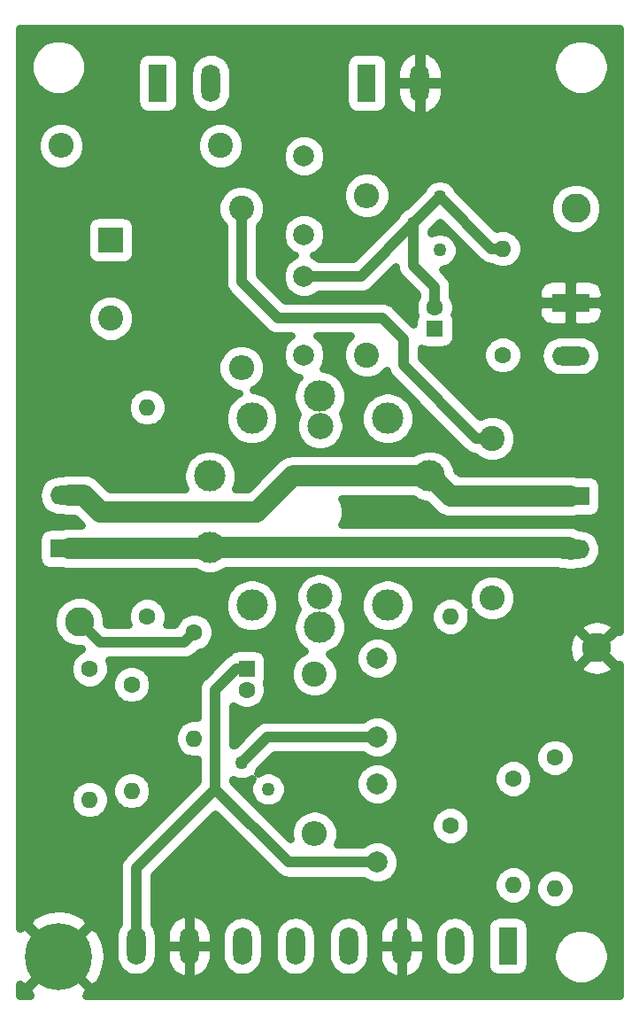
<source format=gbr>
%TF.GenerationSoftware,KiCad,Pcbnew,(5.1.5-0-10_14)*%
%TF.CreationDate,2020-09-13T21:20:46+01:00*%
%TF.ProjectId,PrePCB,50726550-4342-42e6-9b69-6361645f7063,rev?*%
%TF.SameCoordinates,Original*%
%TF.FileFunction,Copper,L1,Top*%
%TF.FilePolarity,Positive*%
%FSLAX46Y46*%
G04 Gerber Fmt 4.6, Leading zero omitted, Abs format (unit mm)*
G04 Created by KiCad (PCBNEW (5.1.5-0-10_14)) date 2020-09-13 21:20:46*
%MOMM*%
%LPD*%
G04 APERTURE LIST*
%ADD10C,3.000000*%
%ADD11C,2.500000*%
%ADD12C,2.000000*%
%ADD13R,2.400000X2.400000*%
%ADD14C,2.400000*%
%ADD15C,1.600000*%
%ADD16O,1.600000X1.600000*%
%ADD17C,6.400000*%
%ADD18C,1.260000*%
%ADD19C,2.800000*%
%ADD20R,1.800000X3.600000*%
%ADD21O,1.800000X3.600000*%
%ADD22R,3.600000X1.800000*%
%ADD23O,3.600000X1.800000*%
%ADD24R,1.600000X1.600000*%
%ADD25O,2.400000X2.400000*%
%ADD26C,1.000000*%
%ADD27C,2.000000*%
%ADD28C,0.800000*%
G04 APERTURE END LIST*
D10*
X208989435Y-113931484D03*
X202500041Y-116040367D03*
X196010602Y-113931820D03*
X192000019Y-108411708D03*
X191999956Y-101588329D03*
X196010688Y-96068136D03*
X202499959Y-93959633D03*
X208989398Y-96068180D03*
X212999981Y-101588292D03*
D11*
X202498210Y-113095678D03*
X202532691Y-96809217D03*
D12*
X201000000Y-90000000D03*
X201000000Y-82500000D03*
D13*
X182500000Y-79000000D03*
D14*
X182500000Y-86500000D03*
D15*
X225000000Y-128500000D03*
D16*
X225000000Y-141000000D03*
D15*
X186000000Y-115000000D03*
D16*
X186000000Y-95000000D03*
D15*
X180500000Y-120000000D03*
D16*
X180500000Y-132500000D03*
D12*
X208000000Y-119000000D03*
X208000000Y-126500000D03*
D15*
X215000000Y-135000000D03*
D16*
X215000000Y-115000000D03*
D17*
X177500000Y-147500000D03*
D12*
X201000000Y-71000000D03*
X201000000Y-78500000D03*
X208000000Y-131000000D03*
X208000000Y-138500000D03*
D15*
X220000000Y-90000000D03*
D16*
X220000000Y-79840000D03*
D15*
X184500000Y-121500000D03*
D16*
X184500000Y-131660000D03*
D15*
X190500000Y-116500000D03*
D16*
X190500000Y-126660000D03*
D15*
X221000000Y-130500000D03*
D16*
X221000000Y-140660000D03*
D18*
X214000000Y-74920000D03*
X211460000Y-77460000D03*
X214000000Y-80000000D03*
X197580000Y-131500000D03*
X195040000Y-128960000D03*
X192500000Y-131500000D03*
D19*
X227000000Y-76000000D03*
X179500000Y-115500000D03*
X229000000Y-118000000D03*
D20*
X207000000Y-64000000D03*
D21*
X212080000Y-64000000D03*
D22*
X226500000Y-103500000D03*
D23*
X226500000Y-108580000D03*
D22*
X226500000Y-85000000D03*
D23*
X226500000Y-90080000D03*
D22*
X178500000Y-108500000D03*
D23*
X178500000Y-103420000D03*
D20*
X187000000Y-64000000D03*
D21*
X192080000Y-64000000D03*
D20*
X220500000Y-146500000D03*
D21*
X215420000Y-146500000D03*
X210340000Y-146500000D03*
X205260000Y-146500000D03*
X200180000Y-146500000D03*
X195100000Y-146500000D03*
X190020000Y-146500000D03*
X184940000Y-146500000D03*
D24*
X213500000Y-87500000D03*
D15*
X213500000Y-85500000D03*
D24*
X195500000Y-120000000D03*
D15*
X195500000Y-122000000D03*
D14*
X207000000Y-90000000D03*
D25*
X207000000Y-74760000D03*
D14*
X195000000Y-76000000D03*
D25*
X195000000Y-91240000D03*
D14*
X202000000Y-120500000D03*
D25*
X202000000Y-135740000D03*
D14*
X219000000Y-98000000D03*
D25*
X219000000Y-113240000D03*
D14*
X193000000Y-70000000D03*
D25*
X177760000Y-70000000D03*
D26*
X220000000Y-79840000D02*
X218920000Y-79840000D01*
X218920000Y-79840000D02*
X214000000Y-74920000D01*
X211460000Y-77460000D02*
X214000000Y-74920000D01*
X201000000Y-82500000D02*
X206420000Y-82500000D01*
X206420000Y-82500000D02*
X211460000Y-77460000D01*
X213500000Y-85500000D02*
X213500000Y-83500000D01*
X213500000Y-83500000D02*
X211460000Y-81460000D01*
X211460000Y-81460000D02*
X211460000Y-77460000D01*
X208000000Y-126500000D02*
X197500000Y-126500000D01*
X197500000Y-126500000D02*
X195040000Y-128960000D01*
X219000000Y-98000000D02*
X217500000Y-98000000D01*
X195000000Y-83000000D02*
X198500000Y-86500000D01*
X198500000Y-86500000D02*
X208500000Y-86500000D01*
X208500000Y-86500000D02*
X210500000Y-88500000D01*
X210500000Y-88500000D02*
X210500000Y-91000000D01*
X195000000Y-83000000D02*
X195000000Y-76000000D01*
X217500000Y-98000000D02*
X210500000Y-91000000D01*
D27*
X212999981Y-101588292D02*
X213088292Y-101588292D01*
X213088292Y-101588292D02*
X215000000Y-103500000D01*
X215000000Y-103500000D02*
X226500000Y-103500000D01*
X178500000Y-103420000D02*
X179920000Y-103420000D01*
X179920000Y-103420000D02*
X181500000Y-105000000D01*
X181500000Y-105000000D02*
X196500000Y-105000000D01*
X196500000Y-105000000D02*
X199911708Y-101588292D01*
X199911708Y-101588292D02*
X212999981Y-101588292D01*
X212999981Y-101588292D02*
X212999981Y-101611687D01*
X192000019Y-108411708D02*
X226331708Y-108411708D01*
X226331708Y-108411708D02*
X226500000Y-108580000D01*
X178500000Y-108500000D02*
X191911727Y-108500000D01*
X191911727Y-108500000D02*
X192000019Y-108411708D01*
X191911727Y-108500000D02*
X192000019Y-108411708D01*
D26*
X179500000Y-115500000D02*
X181500000Y-117500000D01*
X189500000Y-117500000D02*
X190500000Y-116500000D01*
X181500000Y-117500000D02*
X189500000Y-117500000D01*
X208000000Y-138500000D02*
X199500000Y-138500000D01*
X199500000Y-138500000D02*
X192500000Y-131500000D01*
X195500000Y-120000000D02*
X194500000Y-120000000D01*
X192500000Y-122000000D02*
X192500000Y-131500000D01*
X194500000Y-120000000D02*
X192500000Y-122000000D01*
X184940000Y-146500000D02*
X184940000Y-139060000D01*
X184940000Y-139060000D02*
X192500000Y-131500000D01*
D28*
G36*
X231225000Y-116407811D02*
G01*
X230811267Y-116330155D01*
X229141421Y-118000000D01*
X230811267Y-119669845D01*
X231225000Y-119592189D01*
X231225000Y-151225000D01*
X180167531Y-151225000D01*
X180449403Y-150590825D01*
X177500000Y-147641421D01*
X174550597Y-150590825D01*
X174832469Y-151225000D01*
X173775000Y-151225000D01*
X173775000Y-150167531D01*
X174409175Y-150449403D01*
X177358579Y-147500000D01*
X177641421Y-147500000D01*
X180590825Y-150449403D01*
X181297388Y-150135357D01*
X181738554Y-149343885D01*
X182016836Y-148481554D01*
X182121538Y-147581503D01*
X182048637Y-146678319D01*
X181800935Y-145806713D01*
X181642262Y-145496833D01*
X182840000Y-145496833D01*
X182840000Y-147503166D01*
X182870385Y-147811671D01*
X182990465Y-148207523D01*
X183185465Y-148572343D01*
X183447891Y-148892109D01*
X183767657Y-149154535D01*
X184132476Y-149349535D01*
X184528328Y-149469615D01*
X184940000Y-149510161D01*
X185351671Y-149469615D01*
X185747523Y-149349535D01*
X186112343Y-149154535D01*
X186432109Y-148892109D01*
X186694535Y-148572343D01*
X186889535Y-148207524D01*
X187009615Y-147811672D01*
X187040000Y-147503167D01*
X187040000Y-146600000D01*
X187720000Y-146600000D01*
X187720000Y-147500000D01*
X187783703Y-147946786D01*
X187933345Y-148372560D01*
X188163177Y-148760959D01*
X188464365Y-149097057D01*
X188825335Y-149367938D01*
X189232216Y-149563192D01*
X189561772Y-149653892D01*
X189920000Y-149347434D01*
X189920000Y-146600000D01*
X190120000Y-146600000D01*
X190120000Y-149347434D01*
X190478228Y-149653892D01*
X190807784Y-149563192D01*
X191214665Y-149367938D01*
X191575635Y-149097057D01*
X191876823Y-148760959D01*
X192106655Y-148372560D01*
X192256297Y-147946786D01*
X192320000Y-147500000D01*
X192320000Y-146600000D01*
X190120000Y-146600000D01*
X189920000Y-146600000D01*
X187720000Y-146600000D01*
X187040000Y-146600000D01*
X187040000Y-145500000D01*
X187720000Y-145500000D01*
X187720000Y-146400000D01*
X189920000Y-146400000D01*
X189920000Y-143652566D01*
X190120000Y-143652566D01*
X190120000Y-146400000D01*
X192320000Y-146400000D01*
X192320000Y-145500000D01*
X192319549Y-145496833D01*
X193000000Y-145496833D01*
X193000000Y-147503166D01*
X193030385Y-147811671D01*
X193150465Y-148207523D01*
X193345465Y-148572343D01*
X193607891Y-148892109D01*
X193927657Y-149154535D01*
X194292476Y-149349535D01*
X194688328Y-149469615D01*
X195100000Y-149510161D01*
X195511671Y-149469615D01*
X195907523Y-149349535D01*
X196272343Y-149154535D01*
X196592109Y-148892109D01*
X196854535Y-148572343D01*
X197049535Y-148207524D01*
X197169615Y-147811672D01*
X197200000Y-147503167D01*
X197200000Y-145496834D01*
X197200000Y-145496833D01*
X198080000Y-145496833D01*
X198080000Y-147503166D01*
X198110385Y-147811671D01*
X198230465Y-148207523D01*
X198425465Y-148572343D01*
X198687891Y-148892109D01*
X199007657Y-149154535D01*
X199372476Y-149349535D01*
X199768328Y-149469615D01*
X200180000Y-149510161D01*
X200591671Y-149469615D01*
X200987523Y-149349535D01*
X201352343Y-149154535D01*
X201672109Y-148892109D01*
X201934535Y-148572343D01*
X202129535Y-148207524D01*
X202249615Y-147811672D01*
X202280000Y-147503167D01*
X202280000Y-145496834D01*
X202280000Y-145496833D01*
X203160000Y-145496833D01*
X203160000Y-147503166D01*
X203190385Y-147811671D01*
X203310465Y-148207523D01*
X203505465Y-148572343D01*
X203767891Y-148892109D01*
X204087657Y-149154535D01*
X204452476Y-149349535D01*
X204848328Y-149469615D01*
X205260000Y-149510161D01*
X205671671Y-149469615D01*
X206067523Y-149349535D01*
X206432343Y-149154535D01*
X206752109Y-148892109D01*
X207014535Y-148572343D01*
X207209535Y-148207524D01*
X207329615Y-147811672D01*
X207360000Y-147503167D01*
X207360000Y-146600000D01*
X208040000Y-146600000D01*
X208040000Y-147500000D01*
X208103703Y-147946786D01*
X208253345Y-148372560D01*
X208483177Y-148760959D01*
X208784365Y-149097057D01*
X209145335Y-149367938D01*
X209552216Y-149563192D01*
X209881772Y-149653892D01*
X210240000Y-149347434D01*
X210240000Y-146600000D01*
X210440000Y-146600000D01*
X210440000Y-149347434D01*
X210798228Y-149653892D01*
X211127784Y-149563192D01*
X211534665Y-149367938D01*
X211895635Y-149097057D01*
X212196823Y-148760959D01*
X212426655Y-148372560D01*
X212576297Y-147946786D01*
X212640000Y-147500000D01*
X212640000Y-146600000D01*
X210440000Y-146600000D01*
X210240000Y-146600000D01*
X208040000Y-146600000D01*
X207360000Y-146600000D01*
X207360000Y-145500000D01*
X208040000Y-145500000D01*
X208040000Y-146400000D01*
X210240000Y-146400000D01*
X210240000Y-143652566D01*
X210440000Y-143652566D01*
X210440000Y-146400000D01*
X212640000Y-146400000D01*
X212640000Y-145500000D01*
X212639549Y-145496833D01*
X213320000Y-145496833D01*
X213320000Y-147503166D01*
X213350385Y-147811671D01*
X213470465Y-148207523D01*
X213665465Y-148572343D01*
X213927891Y-148892109D01*
X214247657Y-149154535D01*
X214612476Y-149349535D01*
X215008328Y-149469615D01*
X215420000Y-149510161D01*
X215831671Y-149469615D01*
X216227523Y-149349535D01*
X216592343Y-149154535D01*
X216912109Y-148892109D01*
X217174535Y-148572343D01*
X217369535Y-148207524D01*
X217489615Y-147811672D01*
X217520000Y-147503167D01*
X217520000Y-145496834D01*
X217489615Y-145188328D01*
X217369535Y-144792476D01*
X217320106Y-144700000D01*
X218394194Y-144700000D01*
X218394194Y-148300000D01*
X218417363Y-148535241D01*
X218485981Y-148761442D01*
X218597409Y-148969910D01*
X218747366Y-149152634D01*
X218930090Y-149302591D01*
X219138558Y-149414019D01*
X219364759Y-149482637D01*
X219600000Y-149505806D01*
X221400000Y-149505806D01*
X221635241Y-149482637D01*
X221861442Y-149414019D01*
X222069910Y-149302591D01*
X222252634Y-149152634D01*
X222402591Y-148969910D01*
X222514019Y-148761442D01*
X222582637Y-148535241D01*
X222605806Y-148300000D01*
X222605806Y-147224224D01*
X224700000Y-147224224D01*
X224700000Y-147775776D01*
X224807602Y-148316730D01*
X225018672Y-148826297D01*
X225325098Y-149284896D01*
X225715104Y-149674902D01*
X226173703Y-149981328D01*
X226683270Y-150192398D01*
X227224224Y-150300000D01*
X227775776Y-150300000D01*
X228316730Y-150192398D01*
X228826297Y-149981328D01*
X229284896Y-149674902D01*
X229674902Y-149284896D01*
X229981328Y-148826297D01*
X230192398Y-148316730D01*
X230300000Y-147775776D01*
X230300000Y-147224224D01*
X230192398Y-146683270D01*
X229981328Y-146173703D01*
X229674902Y-145715104D01*
X229284896Y-145325098D01*
X228826297Y-145018672D01*
X228316730Y-144807602D01*
X227775776Y-144700000D01*
X227224224Y-144700000D01*
X226683270Y-144807602D01*
X226173703Y-145018672D01*
X225715104Y-145325098D01*
X225325098Y-145715104D01*
X225018672Y-146173703D01*
X224807602Y-146683270D01*
X224700000Y-147224224D01*
X222605806Y-147224224D01*
X222605806Y-144700000D01*
X222582637Y-144464759D01*
X222514019Y-144238558D01*
X222402591Y-144030090D01*
X222252634Y-143847366D01*
X222069910Y-143697409D01*
X221861442Y-143585981D01*
X221635241Y-143517363D01*
X221400000Y-143494194D01*
X219600000Y-143494194D01*
X219364759Y-143517363D01*
X219138558Y-143585981D01*
X218930090Y-143697409D01*
X218747366Y-143847366D01*
X218597409Y-144030090D01*
X218485981Y-144238558D01*
X218417363Y-144464759D01*
X218394194Y-144700000D01*
X217320106Y-144700000D01*
X217174535Y-144427657D01*
X216912109Y-144107891D01*
X216592343Y-143845465D01*
X216227524Y-143650465D01*
X215831672Y-143530385D01*
X215420000Y-143489839D01*
X215008329Y-143530385D01*
X214612477Y-143650465D01*
X214247658Y-143845465D01*
X213927892Y-144107891D01*
X213665466Y-144427657D01*
X213470466Y-144792476D01*
X213350386Y-145188328D01*
X213320000Y-145496833D01*
X212639549Y-145496833D01*
X212576297Y-145053214D01*
X212426655Y-144627440D01*
X212196823Y-144239041D01*
X211895635Y-143902943D01*
X211534665Y-143632062D01*
X211127784Y-143436808D01*
X210798228Y-143346108D01*
X210440000Y-143652566D01*
X210240000Y-143652566D01*
X209881772Y-143346108D01*
X209552216Y-143436808D01*
X209145335Y-143632062D01*
X208784365Y-143902943D01*
X208483177Y-144239041D01*
X208253345Y-144627440D01*
X208103703Y-145053214D01*
X208040000Y-145500000D01*
X207360000Y-145500000D01*
X207360000Y-145496834D01*
X207329615Y-145188328D01*
X207209535Y-144792476D01*
X207014535Y-144427657D01*
X206752109Y-144107891D01*
X206432343Y-143845465D01*
X206067524Y-143650465D01*
X205671672Y-143530385D01*
X205260000Y-143489839D01*
X204848329Y-143530385D01*
X204452477Y-143650465D01*
X204087658Y-143845465D01*
X203767892Y-144107891D01*
X203505466Y-144427657D01*
X203310466Y-144792476D01*
X203190386Y-145188328D01*
X203160000Y-145496833D01*
X202280000Y-145496833D01*
X202249615Y-145188328D01*
X202129535Y-144792476D01*
X201934535Y-144427657D01*
X201672109Y-144107891D01*
X201352343Y-143845465D01*
X200987524Y-143650465D01*
X200591672Y-143530385D01*
X200180000Y-143489839D01*
X199768329Y-143530385D01*
X199372477Y-143650465D01*
X199007658Y-143845465D01*
X198687892Y-144107891D01*
X198425466Y-144427657D01*
X198230466Y-144792476D01*
X198110386Y-145188328D01*
X198080000Y-145496833D01*
X197200000Y-145496833D01*
X197169615Y-145188328D01*
X197049535Y-144792476D01*
X196854535Y-144427657D01*
X196592109Y-144107891D01*
X196272343Y-143845465D01*
X195907524Y-143650465D01*
X195511672Y-143530385D01*
X195100000Y-143489839D01*
X194688329Y-143530385D01*
X194292477Y-143650465D01*
X193927658Y-143845465D01*
X193607892Y-144107891D01*
X193345466Y-144427657D01*
X193150466Y-144792476D01*
X193030386Y-145188328D01*
X193000000Y-145496833D01*
X192319549Y-145496833D01*
X192256297Y-145053214D01*
X192106655Y-144627440D01*
X191876823Y-144239041D01*
X191575635Y-143902943D01*
X191214665Y-143632062D01*
X190807784Y-143436808D01*
X190478228Y-143346108D01*
X190120000Y-143652566D01*
X189920000Y-143652566D01*
X189561772Y-143346108D01*
X189232216Y-143436808D01*
X188825335Y-143632062D01*
X188464365Y-143902943D01*
X188163177Y-144239041D01*
X187933345Y-144627440D01*
X187783703Y-145053214D01*
X187720000Y-145500000D01*
X187040000Y-145500000D01*
X187040000Y-145496834D01*
X187009615Y-145188328D01*
X186889535Y-144792476D01*
X186694535Y-144427657D01*
X186640000Y-144361206D01*
X186640000Y-139764163D01*
X192500000Y-133904163D01*
X198238872Y-139643035D01*
X198292103Y-139707897D01*
X198356965Y-139761128D01*
X198356969Y-139761132D01*
X198550960Y-139920337D01*
X198708817Y-140004713D01*
X198846291Y-140078194D01*
X199166742Y-140175402D01*
X199416490Y-140200000D01*
X199416500Y-140200000D01*
X199500000Y-140208224D01*
X199583500Y-140200000D01*
X206588730Y-140200000D01*
X206597582Y-140208852D01*
X206957909Y-140449615D01*
X207358284Y-140615455D01*
X207783319Y-140700000D01*
X208216681Y-140700000D01*
X208641716Y-140615455D01*
X209009735Y-140463017D01*
X219000000Y-140463017D01*
X219000000Y-140856983D01*
X219076859Y-141243378D01*
X219227623Y-141607355D01*
X219446499Y-141934926D01*
X219725074Y-142213501D01*
X220052645Y-142432377D01*
X220416622Y-142583141D01*
X220803017Y-142660000D01*
X221196983Y-142660000D01*
X221583378Y-142583141D01*
X221947355Y-142432377D01*
X222274926Y-142213501D01*
X222553501Y-141934926D01*
X222772377Y-141607355D01*
X222923141Y-141243378D01*
X223000000Y-140856983D01*
X223000000Y-141196983D01*
X223076859Y-141583378D01*
X223227623Y-141947355D01*
X223446499Y-142274926D01*
X223725074Y-142553501D01*
X224052645Y-142772377D01*
X224416622Y-142923141D01*
X224803017Y-143000000D01*
X225196983Y-143000000D01*
X225583378Y-142923141D01*
X225947355Y-142772377D01*
X226274926Y-142553501D01*
X226553501Y-142274926D01*
X226772377Y-141947355D01*
X226923141Y-141583378D01*
X227000000Y-141196983D01*
X227000000Y-140803017D01*
X226923141Y-140416622D01*
X226772377Y-140052645D01*
X226553501Y-139725074D01*
X226274926Y-139446499D01*
X225947355Y-139227623D01*
X225583378Y-139076859D01*
X225196983Y-139000000D01*
X224803017Y-139000000D01*
X224416622Y-139076859D01*
X224052645Y-139227623D01*
X223725074Y-139446499D01*
X223446499Y-139725074D01*
X223227623Y-140052645D01*
X223076859Y-140416622D01*
X223000000Y-140803017D01*
X223000000Y-140463017D01*
X222923141Y-140076622D01*
X222772377Y-139712645D01*
X222553501Y-139385074D01*
X222274926Y-139106499D01*
X221947355Y-138887623D01*
X221583378Y-138736859D01*
X221196983Y-138660000D01*
X220803017Y-138660000D01*
X220416622Y-138736859D01*
X220052645Y-138887623D01*
X219725074Y-139106499D01*
X219446499Y-139385074D01*
X219227623Y-139712645D01*
X219076859Y-140076622D01*
X219000000Y-140463017D01*
X209009735Y-140463017D01*
X209042091Y-140449615D01*
X209402418Y-140208852D01*
X209708852Y-139902418D01*
X209949615Y-139542091D01*
X210115455Y-139141716D01*
X210200000Y-138716681D01*
X210200000Y-138283319D01*
X210115455Y-137858284D01*
X209949615Y-137457909D01*
X209708852Y-137097582D01*
X209402418Y-136791148D01*
X209042091Y-136550385D01*
X208641716Y-136384545D01*
X208216681Y-136300000D01*
X207783319Y-136300000D01*
X207358284Y-136384545D01*
X206957909Y-136550385D01*
X206597582Y-136791148D01*
X206588730Y-136800000D01*
X204158675Y-136800000D01*
X204307770Y-136440054D01*
X204400000Y-135976379D01*
X204400000Y-135503621D01*
X204307770Y-135039946D01*
X204209631Y-134803017D01*
X213000000Y-134803017D01*
X213000000Y-135196983D01*
X213076859Y-135583378D01*
X213227623Y-135947355D01*
X213446499Y-136274926D01*
X213725074Y-136553501D01*
X214052645Y-136772377D01*
X214416622Y-136923141D01*
X214803017Y-137000000D01*
X215196983Y-137000000D01*
X215583378Y-136923141D01*
X215947355Y-136772377D01*
X216274926Y-136553501D01*
X216553501Y-136274926D01*
X216772377Y-135947355D01*
X216923141Y-135583378D01*
X217000000Y-135196983D01*
X217000000Y-134803017D01*
X216923141Y-134416622D01*
X216772377Y-134052645D01*
X216553501Y-133725074D01*
X216274926Y-133446499D01*
X215947355Y-133227623D01*
X215583378Y-133076859D01*
X215196983Y-133000000D01*
X214803017Y-133000000D01*
X214416622Y-133076859D01*
X214052645Y-133227623D01*
X213725074Y-133446499D01*
X213446499Y-133725074D01*
X213227623Y-134052645D01*
X213076859Y-134416622D01*
X213000000Y-134803017D01*
X204209631Y-134803017D01*
X204126853Y-134603174D01*
X203864202Y-134210089D01*
X203529911Y-133875798D01*
X203136826Y-133613147D01*
X202700054Y-133432230D01*
X202236379Y-133340000D01*
X201763621Y-133340000D01*
X201299946Y-133432230D01*
X200863174Y-133613147D01*
X200470089Y-133875798D01*
X200135798Y-134210089D01*
X199873147Y-134603174D01*
X199692230Y-135039946D01*
X199600000Y-135503621D01*
X199600000Y-135976379D01*
X199654492Y-136250329D01*
X194200000Y-130795837D01*
X194200000Y-130592838D01*
X194506209Y-130719675D01*
X194859761Y-130790000D01*
X195220239Y-130790000D01*
X195573791Y-130719675D01*
X195906830Y-130581725D01*
X196061868Y-130478132D01*
X195958275Y-130633170D01*
X195820325Y-130966209D01*
X195750000Y-131319761D01*
X195750000Y-131680239D01*
X195820325Y-132033791D01*
X195958275Y-132366830D01*
X196158546Y-132666557D01*
X196413443Y-132921454D01*
X196713170Y-133121725D01*
X197046209Y-133259675D01*
X197399761Y-133330000D01*
X197760239Y-133330000D01*
X198113791Y-133259675D01*
X198446830Y-133121725D01*
X198746557Y-132921454D01*
X199001454Y-132666557D01*
X199201725Y-132366830D01*
X199339675Y-132033791D01*
X199410000Y-131680239D01*
X199410000Y-131319761D01*
X199339675Y-130966209D01*
X199263920Y-130783319D01*
X205800000Y-130783319D01*
X205800000Y-131216681D01*
X205884545Y-131641716D01*
X206050385Y-132042091D01*
X206291148Y-132402418D01*
X206597582Y-132708852D01*
X206957909Y-132949615D01*
X207358284Y-133115455D01*
X207783319Y-133200000D01*
X208216681Y-133200000D01*
X208641716Y-133115455D01*
X209042091Y-132949615D01*
X209402418Y-132708852D01*
X209708852Y-132402418D01*
X209949615Y-132042091D01*
X210115455Y-131641716D01*
X210200000Y-131216681D01*
X210200000Y-130783319D01*
X210115455Y-130358284D01*
X210092563Y-130303017D01*
X219000000Y-130303017D01*
X219000000Y-130696983D01*
X219076859Y-131083378D01*
X219227623Y-131447355D01*
X219446499Y-131774926D01*
X219725074Y-132053501D01*
X220052645Y-132272377D01*
X220416622Y-132423141D01*
X220803017Y-132500000D01*
X221196983Y-132500000D01*
X221583378Y-132423141D01*
X221947355Y-132272377D01*
X222274926Y-132053501D01*
X222553501Y-131774926D01*
X222772377Y-131447355D01*
X222923141Y-131083378D01*
X223000000Y-130696983D01*
X223000000Y-130303017D01*
X222923141Y-129916622D01*
X222772377Y-129552645D01*
X222553501Y-129225074D01*
X222274926Y-128946499D01*
X221947355Y-128727623D01*
X221583378Y-128576859D01*
X221196983Y-128500000D01*
X220803017Y-128500000D01*
X220416622Y-128576859D01*
X220052645Y-128727623D01*
X219725074Y-128946499D01*
X219446499Y-129225074D01*
X219227623Y-129552645D01*
X219076859Y-129916622D01*
X219000000Y-130303017D01*
X210092563Y-130303017D01*
X209949615Y-129957909D01*
X209708852Y-129597582D01*
X209402418Y-129291148D01*
X209042091Y-129050385D01*
X208641716Y-128884545D01*
X208216681Y-128800000D01*
X207783319Y-128800000D01*
X207358284Y-128884545D01*
X206957909Y-129050385D01*
X206597582Y-129291148D01*
X206291148Y-129597582D01*
X206050385Y-129957909D01*
X205884545Y-130358284D01*
X205800000Y-130783319D01*
X199263920Y-130783319D01*
X199201725Y-130633170D01*
X199001454Y-130333443D01*
X198746557Y-130078546D01*
X198446830Y-129878275D01*
X198113791Y-129740325D01*
X197760239Y-129670000D01*
X197399761Y-129670000D01*
X197046209Y-129740325D01*
X196713170Y-129878275D01*
X196558132Y-129981868D01*
X196661725Y-129826830D01*
X196721400Y-129682763D01*
X198204163Y-128200000D01*
X206588730Y-128200000D01*
X206597582Y-128208852D01*
X206957909Y-128449615D01*
X207358284Y-128615455D01*
X207783319Y-128700000D01*
X208216681Y-128700000D01*
X208641716Y-128615455D01*
X209042091Y-128449615D01*
X209261490Y-128303017D01*
X223000000Y-128303017D01*
X223000000Y-128696983D01*
X223076859Y-129083378D01*
X223227623Y-129447355D01*
X223446499Y-129774926D01*
X223725074Y-130053501D01*
X224052645Y-130272377D01*
X224416622Y-130423141D01*
X224803017Y-130500000D01*
X225196983Y-130500000D01*
X225583378Y-130423141D01*
X225947355Y-130272377D01*
X226274926Y-130053501D01*
X226553501Y-129774926D01*
X226772377Y-129447355D01*
X226923141Y-129083378D01*
X227000000Y-128696983D01*
X227000000Y-128303017D01*
X226923141Y-127916622D01*
X226772377Y-127552645D01*
X226553501Y-127225074D01*
X226274926Y-126946499D01*
X225947355Y-126727623D01*
X225583378Y-126576859D01*
X225196983Y-126500000D01*
X224803017Y-126500000D01*
X224416622Y-126576859D01*
X224052645Y-126727623D01*
X223725074Y-126946499D01*
X223446499Y-127225074D01*
X223227623Y-127552645D01*
X223076859Y-127916622D01*
X223000000Y-128303017D01*
X209261490Y-128303017D01*
X209402418Y-128208852D01*
X209708852Y-127902418D01*
X209949615Y-127542091D01*
X210115455Y-127141716D01*
X210200000Y-126716681D01*
X210200000Y-126283319D01*
X210115455Y-125858284D01*
X209949615Y-125457909D01*
X209708852Y-125097582D01*
X209402418Y-124791148D01*
X209042091Y-124550385D01*
X208641716Y-124384545D01*
X208216681Y-124300000D01*
X207783319Y-124300000D01*
X207358284Y-124384545D01*
X206957909Y-124550385D01*
X206597582Y-124791148D01*
X206588730Y-124800000D01*
X197583499Y-124800000D01*
X197499999Y-124791776D01*
X197416499Y-124800000D01*
X197416490Y-124800000D01*
X197166742Y-124824598D01*
X196846291Y-124921806D01*
X196550961Y-125079663D01*
X196550959Y-125079664D01*
X196550960Y-125079664D01*
X196356968Y-125238869D01*
X196356965Y-125238872D01*
X196292103Y-125292103D01*
X196238872Y-125356965D01*
X194317237Y-127278600D01*
X194200000Y-127327162D01*
X194200000Y-123528427D01*
X194225074Y-123553501D01*
X194552645Y-123772377D01*
X194916622Y-123923141D01*
X195303017Y-124000000D01*
X195696983Y-124000000D01*
X196083378Y-123923141D01*
X196447355Y-123772377D01*
X196774926Y-123553501D01*
X197053501Y-123274926D01*
X197272377Y-122947355D01*
X197423141Y-122583378D01*
X197500000Y-122196983D01*
X197500000Y-121803017D01*
X197423141Y-121416622D01*
X197382944Y-121319579D01*
X197414019Y-121261442D01*
X197482637Y-121035241D01*
X197505806Y-120800000D01*
X197505806Y-120263621D01*
X199600000Y-120263621D01*
X199600000Y-120736379D01*
X199692230Y-121200054D01*
X199873147Y-121636826D01*
X200135798Y-122029911D01*
X200470089Y-122364202D01*
X200863174Y-122626853D01*
X201299946Y-122807770D01*
X201763621Y-122900000D01*
X202236379Y-122900000D01*
X202700054Y-122807770D01*
X203136826Y-122626853D01*
X203529911Y-122364202D01*
X203864202Y-122029911D01*
X204126853Y-121636826D01*
X204307770Y-121200054D01*
X204400000Y-120736379D01*
X204400000Y-120263621D01*
X204307770Y-119799946D01*
X204126853Y-119363174D01*
X203864202Y-118970089D01*
X203677432Y-118783319D01*
X205800000Y-118783319D01*
X205800000Y-119216681D01*
X205884545Y-119641716D01*
X206050385Y-120042091D01*
X206291148Y-120402418D01*
X206597582Y-120708852D01*
X206957909Y-120949615D01*
X207358284Y-121115455D01*
X207783319Y-121200000D01*
X208216681Y-121200000D01*
X208641716Y-121115455D01*
X209042091Y-120949615D01*
X209402418Y-120708852D01*
X209708852Y-120402418D01*
X209949615Y-120042091D01*
X210045224Y-119811267D01*
X227330155Y-119811267D01*
X227428185Y-120333549D01*
X227913640Y-120595356D01*
X228440843Y-120757425D01*
X228989533Y-120813528D01*
X229538627Y-120761509D01*
X230067021Y-120603366D01*
X230554410Y-120345177D01*
X230571815Y-120333549D01*
X230669845Y-119811267D01*
X229000000Y-118141421D01*
X227330155Y-119811267D01*
X210045224Y-119811267D01*
X210115455Y-119641716D01*
X210200000Y-119216681D01*
X210200000Y-118783319D01*
X210115455Y-118358284D01*
X209962715Y-117989533D01*
X226186472Y-117989533D01*
X226238491Y-118538627D01*
X226396634Y-119067021D01*
X226654823Y-119554410D01*
X226666451Y-119571815D01*
X227188733Y-119669845D01*
X228858579Y-118000000D01*
X227188733Y-116330155D01*
X226666451Y-116428185D01*
X226404644Y-116913640D01*
X226242575Y-117440843D01*
X226186472Y-117989533D01*
X209962715Y-117989533D01*
X209949615Y-117957909D01*
X209708852Y-117597582D01*
X209402418Y-117291148D01*
X209042091Y-117050385D01*
X208641716Y-116884545D01*
X208216681Y-116800000D01*
X207783319Y-116800000D01*
X207358284Y-116884545D01*
X206957909Y-117050385D01*
X206597582Y-117291148D01*
X206291148Y-117597582D01*
X206050385Y-117957909D01*
X205884545Y-118358284D01*
X205800000Y-118783319D01*
X203677432Y-118783319D01*
X203529911Y-118635798D01*
X203437931Y-118574339D01*
X203778971Y-118433076D01*
X204221191Y-118137594D01*
X204597268Y-117761517D01*
X204892750Y-117319297D01*
X205096281Y-116827928D01*
X205200041Y-116306294D01*
X205200041Y-115774440D01*
X205096281Y-115252806D01*
X204892750Y-114761437D01*
X204612263Y-114341658D01*
X204669372Y-114256188D01*
X204854058Y-113810317D01*
X204882852Y-113665557D01*
X206289435Y-113665557D01*
X206289435Y-114197411D01*
X206393195Y-114719045D01*
X206596726Y-115210414D01*
X206892208Y-115652634D01*
X207268285Y-116028711D01*
X207710505Y-116324193D01*
X208201874Y-116527724D01*
X208723508Y-116631484D01*
X209255362Y-116631484D01*
X209776996Y-116527724D01*
X210268365Y-116324193D01*
X210710585Y-116028711D01*
X211086662Y-115652634D01*
X211382144Y-115210414D01*
X211550892Y-114803017D01*
X213000000Y-114803017D01*
X213000000Y-115196983D01*
X213076859Y-115583378D01*
X213227623Y-115947355D01*
X213446499Y-116274926D01*
X213725074Y-116553501D01*
X214052645Y-116772377D01*
X214416622Y-116923141D01*
X214803017Y-117000000D01*
X215196983Y-117000000D01*
X215583378Y-116923141D01*
X215947355Y-116772377D01*
X216274926Y-116553501D01*
X216553501Y-116274926D01*
X216611093Y-116188733D01*
X227330155Y-116188733D01*
X229000000Y-117858579D01*
X230669845Y-116188733D01*
X230571815Y-115666451D01*
X230086360Y-115404644D01*
X229559157Y-115242575D01*
X229010467Y-115186472D01*
X228461373Y-115238491D01*
X227932979Y-115396634D01*
X227445590Y-115654823D01*
X227428185Y-115666451D01*
X227330155Y-116188733D01*
X216611093Y-116188733D01*
X216772377Y-115947355D01*
X216923141Y-115583378D01*
X217000000Y-115196983D01*
X217000000Y-114803017D01*
X216933061Y-114466494D01*
X217135798Y-114769911D01*
X217470089Y-115104202D01*
X217863174Y-115366853D01*
X218299946Y-115547770D01*
X218763621Y-115640000D01*
X219236379Y-115640000D01*
X219700054Y-115547770D01*
X220136826Y-115366853D01*
X220529911Y-115104202D01*
X220864202Y-114769911D01*
X221126853Y-114376826D01*
X221307770Y-113940054D01*
X221400000Y-113476379D01*
X221400000Y-113003621D01*
X221307770Y-112539946D01*
X221126853Y-112103174D01*
X220864202Y-111710089D01*
X220529911Y-111375798D01*
X220136826Y-111113147D01*
X219700054Y-110932230D01*
X219236379Y-110840000D01*
X218763621Y-110840000D01*
X218299946Y-110932230D01*
X217863174Y-111113147D01*
X217470089Y-111375798D01*
X217135798Y-111710089D01*
X216873147Y-112103174D01*
X216692230Y-112539946D01*
X216600000Y-113003621D01*
X216600000Y-113476379D01*
X216690146Y-113929578D01*
X216553501Y-113725074D01*
X216274926Y-113446499D01*
X215947355Y-113227623D01*
X215583378Y-113076859D01*
X215196983Y-113000000D01*
X214803017Y-113000000D01*
X214416622Y-113076859D01*
X214052645Y-113227623D01*
X213725074Y-113446499D01*
X213446499Y-113725074D01*
X213227623Y-114052645D01*
X213076859Y-114416622D01*
X213000000Y-114803017D01*
X211550892Y-114803017D01*
X211585675Y-114719045D01*
X211689435Y-114197411D01*
X211689435Y-113665557D01*
X211585675Y-113143923D01*
X211382144Y-112652554D01*
X211086662Y-112210334D01*
X210710585Y-111834257D01*
X210268365Y-111538775D01*
X209776996Y-111335244D01*
X209255362Y-111231484D01*
X208723508Y-111231484D01*
X208201874Y-111335244D01*
X207710505Y-111538775D01*
X207268285Y-111834257D01*
X206892208Y-112210334D01*
X206596726Y-112652554D01*
X206393195Y-113143923D01*
X206289435Y-113665557D01*
X204882852Y-113665557D01*
X204948210Y-113336982D01*
X204948210Y-112854374D01*
X204854058Y-112381039D01*
X204669372Y-111935168D01*
X204401250Y-111533894D01*
X204059994Y-111192638D01*
X203658720Y-110924516D01*
X203212849Y-110739830D01*
X202739514Y-110645678D01*
X202256906Y-110645678D01*
X201783571Y-110739830D01*
X201337700Y-110924516D01*
X200936426Y-111192638D01*
X200595170Y-111533894D01*
X200327048Y-111935168D01*
X200142362Y-112381039D01*
X200048210Y-112854374D01*
X200048210Y-113336982D01*
X200142362Y-113810317D01*
X200327048Y-114256188D01*
X200385988Y-114344399D01*
X200107332Y-114761437D01*
X199903801Y-115252806D01*
X199800041Y-115774440D01*
X199800041Y-116306294D01*
X199903801Y-116827928D01*
X200107332Y-117319297D01*
X200402814Y-117761517D01*
X200778891Y-118137594D01*
X201028767Y-118304556D01*
X200863174Y-118373147D01*
X200470089Y-118635798D01*
X200135798Y-118970089D01*
X199873147Y-119363174D01*
X199692230Y-119799946D01*
X199600000Y-120263621D01*
X197505806Y-120263621D01*
X197505806Y-119200000D01*
X197482637Y-118964759D01*
X197414019Y-118738558D01*
X197302591Y-118530090D01*
X197152634Y-118347366D01*
X196969910Y-118197409D01*
X196761442Y-118085981D01*
X196535241Y-118017363D01*
X196300000Y-117994194D01*
X194700000Y-117994194D01*
X194464759Y-118017363D01*
X194238558Y-118085981D01*
X194030090Y-118197409D01*
X193847366Y-118347366D01*
X193739375Y-118478954D01*
X193550960Y-118579663D01*
X193356968Y-118738869D01*
X193356965Y-118738872D01*
X193292103Y-118792103D01*
X193238872Y-118856965D01*
X191356965Y-120738872D01*
X191292103Y-120792103D01*
X191238873Y-120856964D01*
X191238868Y-120856969D01*
X191079663Y-121050961D01*
X191000001Y-121200000D01*
X190921806Y-121346292D01*
X190824598Y-121666743D01*
X190800000Y-121916491D01*
X190800000Y-121916500D01*
X190791776Y-122000000D01*
X190800000Y-122083500D01*
X190800000Y-124680491D01*
X190696983Y-124660000D01*
X190303017Y-124660000D01*
X189916622Y-124736859D01*
X189552645Y-124887623D01*
X189225074Y-125106499D01*
X188946499Y-125385074D01*
X188727623Y-125712645D01*
X188576859Y-126076622D01*
X188500000Y-126463017D01*
X188500000Y-126856983D01*
X188576859Y-127243378D01*
X188727623Y-127607355D01*
X188946499Y-127934926D01*
X189225074Y-128213501D01*
X189552645Y-128432377D01*
X189916622Y-128583141D01*
X190303017Y-128660000D01*
X190696983Y-128660000D01*
X190800001Y-128639508D01*
X190800001Y-130795836D01*
X183796961Y-137798876D01*
X183732104Y-137852103D01*
X183678877Y-137916960D01*
X183678868Y-137916969D01*
X183519663Y-138110961D01*
X183361807Y-138406291D01*
X183264599Y-138726742D01*
X183231776Y-139060000D01*
X183240001Y-139143510D01*
X183240000Y-144361207D01*
X183185466Y-144427657D01*
X182990466Y-144792476D01*
X182870386Y-145188328D01*
X182840000Y-145496833D01*
X181642262Y-145496833D01*
X181387949Y-145000178D01*
X181297388Y-144864643D01*
X180590825Y-144550597D01*
X177641421Y-147500000D01*
X177358579Y-147500000D01*
X174409175Y-144550597D01*
X173775000Y-144832469D01*
X173775000Y-144409175D01*
X174550597Y-144409175D01*
X177500000Y-147358579D01*
X180449403Y-144409175D01*
X180135357Y-143702612D01*
X179343885Y-143261446D01*
X178481554Y-142983164D01*
X177581503Y-142878462D01*
X176678319Y-142951363D01*
X175806713Y-143199065D01*
X175000178Y-143612051D01*
X174864643Y-143702612D01*
X174550597Y-144409175D01*
X173775000Y-144409175D01*
X173775000Y-132303017D01*
X178500000Y-132303017D01*
X178500000Y-132696983D01*
X178576859Y-133083378D01*
X178727623Y-133447355D01*
X178946499Y-133774926D01*
X179225074Y-134053501D01*
X179552645Y-134272377D01*
X179916622Y-134423141D01*
X180303017Y-134500000D01*
X180696983Y-134500000D01*
X181083378Y-134423141D01*
X181447355Y-134272377D01*
X181774926Y-134053501D01*
X182053501Y-133774926D01*
X182272377Y-133447355D01*
X182423141Y-133083378D01*
X182500000Y-132696983D01*
X182500000Y-132303017D01*
X182423141Y-131916622D01*
X182272377Y-131552645D01*
X182212490Y-131463017D01*
X182500000Y-131463017D01*
X182500000Y-131856983D01*
X182576859Y-132243378D01*
X182727623Y-132607355D01*
X182946499Y-132934926D01*
X183225074Y-133213501D01*
X183552645Y-133432377D01*
X183916622Y-133583141D01*
X184303017Y-133660000D01*
X184696983Y-133660000D01*
X185083378Y-133583141D01*
X185447355Y-133432377D01*
X185774926Y-133213501D01*
X186053501Y-132934926D01*
X186272377Y-132607355D01*
X186423141Y-132243378D01*
X186500000Y-131856983D01*
X186500000Y-131463017D01*
X186423141Y-131076622D01*
X186272377Y-130712645D01*
X186053501Y-130385074D01*
X185774926Y-130106499D01*
X185447355Y-129887623D01*
X185083378Y-129736859D01*
X184696983Y-129660000D01*
X184303017Y-129660000D01*
X183916622Y-129736859D01*
X183552645Y-129887623D01*
X183225074Y-130106499D01*
X182946499Y-130385074D01*
X182727623Y-130712645D01*
X182576859Y-131076622D01*
X182500000Y-131463017D01*
X182212490Y-131463017D01*
X182053501Y-131225074D01*
X181774926Y-130946499D01*
X181447355Y-130727623D01*
X181083378Y-130576859D01*
X180696983Y-130500000D01*
X180303017Y-130500000D01*
X179916622Y-130576859D01*
X179552645Y-130727623D01*
X179225074Y-130946499D01*
X178946499Y-131225074D01*
X178727623Y-131552645D01*
X178576859Y-131916622D01*
X178500000Y-132303017D01*
X173775000Y-132303017D01*
X173775000Y-115243922D01*
X176900000Y-115243922D01*
X176900000Y-115756078D01*
X176999917Y-116258392D01*
X177195910Y-116731562D01*
X177480448Y-117157403D01*
X177842597Y-117519552D01*
X178268438Y-117804090D01*
X178741608Y-118000083D01*
X179243922Y-118100000D01*
X179695837Y-118100000D01*
X179744140Y-118148303D01*
X179552645Y-118227623D01*
X179225074Y-118446499D01*
X178946499Y-118725074D01*
X178727623Y-119052645D01*
X178576859Y-119416622D01*
X178500000Y-119803017D01*
X178500000Y-120196983D01*
X178576859Y-120583378D01*
X178727623Y-120947355D01*
X178946499Y-121274926D01*
X179225074Y-121553501D01*
X179552645Y-121772377D01*
X179916622Y-121923141D01*
X180303017Y-122000000D01*
X180696983Y-122000000D01*
X181083378Y-121923141D01*
X181447355Y-121772377D01*
X181774926Y-121553501D01*
X182025410Y-121303017D01*
X182500000Y-121303017D01*
X182500000Y-121696983D01*
X182576859Y-122083378D01*
X182727623Y-122447355D01*
X182946499Y-122774926D01*
X183225074Y-123053501D01*
X183552645Y-123272377D01*
X183916622Y-123423141D01*
X184303017Y-123500000D01*
X184696983Y-123500000D01*
X185083378Y-123423141D01*
X185447355Y-123272377D01*
X185774926Y-123053501D01*
X186053501Y-122774926D01*
X186272377Y-122447355D01*
X186423141Y-122083378D01*
X186500000Y-121696983D01*
X186500000Y-121303017D01*
X186423141Y-120916622D01*
X186272377Y-120552645D01*
X186053501Y-120225074D01*
X185774926Y-119946499D01*
X185447355Y-119727623D01*
X185083378Y-119576859D01*
X184696983Y-119500000D01*
X184303017Y-119500000D01*
X183916622Y-119576859D01*
X183552645Y-119727623D01*
X183225074Y-119946499D01*
X182946499Y-120225074D01*
X182727623Y-120552645D01*
X182576859Y-120916622D01*
X182500000Y-121303017D01*
X182025410Y-121303017D01*
X182053501Y-121274926D01*
X182272377Y-120947355D01*
X182423141Y-120583378D01*
X182500000Y-120196983D01*
X182500000Y-119803017D01*
X182423141Y-119416622D01*
X182333413Y-119200000D01*
X189416500Y-119200000D01*
X189500000Y-119208224D01*
X189583500Y-119200000D01*
X189583510Y-119200000D01*
X189833258Y-119175402D01*
X190153709Y-119078194D01*
X190449039Y-118920337D01*
X190643031Y-118761132D01*
X190643035Y-118761128D01*
X190707897Y-118707897D01*
X190761129Y-118643034D01*
X190955606Y-118448556D01*
X191083378Y-118423141D01*
X191447355Y-118272377D01*
X191774926Y-118053501D01*
X192053501Y-117774926D01*
X192272377Y-117447355D01*
X192423141Y-117083378D01*
X192500000Y-116696983D01*
X192500000Y-116303017D01*
X192423141Y-115916622D01*
X192272377Y-115552645D01*
X192053501Y-115225074D01*
X191774926Y-114946499D01*
X191447355Y-114727623D01*
X191083378Y-114576859D01*
X190696983Y-114500000D01*
X190303017Y-114500000D01*
X189916622Y-114576859D01*
X189552645Y-114727623D01*
X189225074Y-114946499D01*
X188946499Y-115225074D01*
X188727623Y-115552645D01*
X188625165Y-115800000D01*
X187833413Y-115800000D01*
X187923141Y-115583378D01*
X188000000Y-115196983D01*
X188000000Y-114803017D01*
X187923141Y-114416622D01*
X187772377Y-114052645D01*
X187553501Y-113725074D01*
X187494320Y-113665893D01*
X193310602Y-113665893D01*
X193310602Y-114197747D01*
X193414362Y-114719381D01*
X193617893Y-115210750D01*
X193913375Y-115652970D01*
X194289452Y-116029047D01*
X194731672Y-116324529D01*
X195223041Y-116528060D01*
X195744675Y-116631820D01*
X196276529Y-116631820D01*
X196798163Y-116528060D01*
X197289532Y-116324529D01*
X197731752Y-116029047D01*
X198107829Y-115652970D01*
X198403311Y-115210750D01*
X198606842Y-114719381D01*
X198710602Y-114197747D01*
X198710602Y-113665893D01*
X198606842Y-113144259D01*
X198403311Y-112652890D01*
X198107829Y-112210670D01*
X197731752Y-111834593D01*
X197289532Y-111539111D01*
X196798163Y-111335580D01*
X196276529Y-111231820D01*
X195744675Y-111231820D01*
X195223041Y-111335580D01*
X194731672Y-111539111D01*
X194289452Y-111834593D01*
X193913375Y-112210670D01*
X193617893Y-112652890D01*
X193414362Y-113144259D01*
X193310602Y-113665893D01*
X187494320Y-113665893D01*
X187274926Y-113446499D01*
X186947355Y-113227623D01*
X186583378Y-113076859D01*
X186196983Y-113000000D01*
X185803017Y-113000000D01*
X185416622Y-113076859D01*
X185052645Y-113227623D01*
X184725074Y-113446499D01*
X184446499Y-113725074D01*
X184227623Y-114052645D01*
X184076859Y-114416622D01*
X184000000Y-114803017D01*
X184000000Y-115196983D01*
X184076859Y-115583378D01*
X184166587Y-115800000D01*
X182204163Y-115800000D01*
X182100000Y-115695837D01*
X182100000Y-115243922D01*
X182000083Y-114741608D01*
X181804090Y-114268438D01*
X181519552Y-113842597D01*
X181157403Y-113480448D01*
X180731562Y-113195910D01*
X180258392Y-112999917D01*
X179756078Y-112900000D01*
X179243922Y-112900000D01*
X178741608Y-112999917D01*
X178268438Y-113195910D01*
X177842597Y-113480448D01*
X177480448Y-113842597D01*
X177195910Y-114268438D01*
X176999917Y-114741608D01*
X176900000Y-115243922D01*
X173775000Y-115243922D01*
X173775000Y-103420000D01*
X175489839Y-103420000D01*
X175530385Y-103831672D01*
X175650465Y-104227524D01*
X175845465Y-104592343D01*
X176107891Y-104912109D01*
X176427657Y-105174535D01*
X176792476Y-105369535D01*
X177188328Y-105489615D01*
X177496833Y-105520000D01*
X177844008Y-105520000D01*
X178068725Y-105588167D01*
X178391930Y-105620000D01*
X179008731Y-105620000D01*
X179688730Y-106300000D01*
X178391930Y-106300000D01*
X178068725Y-106331833D01*
X177863148Y-106394194D01*
X176700000Y-106394194D01*
X176464759Y-106417363D01*
X176238558Y-106485981D01*
X176030090Y-106597409D01*
X175847366Y-106747366D01*
X175697409Y-106930090D01*
X175585981Y-107138558D01*
X175517363Y-107364759D01*
X175494194Y-107600000D01*
X175494194Y-109400000D01*
X175517363Y-109635241D01*
X175585981Y-109861442D01*
X175697409Y-110069910D01*
X175847366Y-110252634D01*
X176030090Y-110402591D01*
X176238558Y-110514019D01*
X176464759Y-110582637D01*
X176700000Y-110605806D01*
X177863148Y-110605806D01*
X178068725Y-110668167D01*
X178391930Y-110700000D01*
X190564818Y-110700000D01*
X190721089Y-110804417D01*
X191212458Y-111007948D01*
X191734092Y-111111708D01*
X192265946Y-111111708D01*
X192787580Y-111007948D01*
X193278949Y-110804417D01*
X193567358Y-110611708D01*
X225063365Y-110611708D01*
X225188328Y-110649615D01*
X225496833Y-110680000D01*
X225844010Y-110680000D01*
X226068726Y-110748166D01*
X226500000Y-110790643D01*
X226931275Y-110748166D01*
X227155991Y-110680000D01*
X227503167Y-110680000D01*
X227811672Y-110649615D01*
X228207524Y-110529535D01*
X228572343Y-110334535D01*
X228892109Y-110072109D01*
X229154535Y-109752343D01*
X229349535Y-109387524D01*
X229469615Y-108991672D01*
X229510161Y-108580000D01*
X229469615Y-108168328D01*
X229349535Y-107772476D01*
X229154535Y-107407657D01*
X228892109Y-107087891D01*
X228572343Y-106825465D01*
X228207524Y-106630465D01*
X227811672Y-106510385D01*
X227503167Y-106480000D01*
X227384717Y-106480000D01*
X227177685Y-106369339D01*
X226762983Y-106243541D01*
X226439778Y-106211708D01*
X226439768Y-106211708D01*
X226331708Y-106201065D01*
X226223648Y-106211708D01*
X204636953Y-106211708D01*
X204671162Y-106160510D01*
X204855848Y-105714639D01*
X204950000Y-105241304D01*
X204950000Y-104758696D01*
X204855848Y-104285361D01*
X204671162Y-103839490D01*
X204636953Y-103788292D01*
X211432642Y-103788292D01*
X211721051Y-103981001D01*
X212212420Y-104184532D01*
X212662862Y-104274131D01*
X213367951Y-104979221D01*
X213436839Y-105063161D01*
X213520778Y-105132048D01*
X213520781Y-105132051D01*
X213667712Y-105252634D01*
X213771832Y-105338083D01*
X214154023Y-105542369D01*
X214568725Y-105668167D01*
X214891930Y-105700000D01*
X214891939Y-105700000D01*
X214999999Y-105710643D01*
X215108059Y-105700000D01*
X226608070Y-105700000D01*
X226931275Y-105668167D01*
X227136852Y-105605806D01*
X228300000Y-105605806D01*
X228535241Y-105582637D01*
X228761442Y-105514019D01*
X228969910Y-105402591D01*
X229152634Y-105252634D01*
X229302591Y-105069910D01*
X229414019Y-104861442D01*
X229482637Y-104635241D01*
X229505806Y-104400000D01*
X229505806Y-102600000D01*
X229482637Y-102364759D01*
X229414019Y-102138558D01*
X229302591Y-101930090D01*
X229152634Y-101747366D01*
X228969910Y-101597409D01*
X228761442Y-101485981D01*
X228535241Y-101417363D01*
X228300000Y-101394194D01*
X227136852Y-101394194D01*
X226931275Y-101331833D01*
X226608070Y-101300000D01*
X215911269Y-101300000D01*
X215641964Y-101030695D01*
X215596221Y-100800731D01*
X215392690Y-100309362D01*
X215097208Y-99867142D01*
X214721131Y-99491065D01*
X214278911Y-99195583D01*
X213787542Y-98992052D01*
X213265908Y-98888292D01*
X212734054Y-98888292D01*
X212212420Y-98992052D01*
X211721051Y-99195583D01*
X211432642Y-99388292D01*
X200019770Y-99388292D01*
X199911708Y-99377649D01*
X199803646Y-99388292D01*
X199803638Y-99388292D01*
X199480433Y-99420125D01*
X199065731Y-99545923D01*
X198683540Y-99750209D01*
X198432490Y-99956240D01*
X198432486Y-99956244D01*
X198348547Y-100025131D01*
X198279659Y-100109071D01*
X195588732Y-102800000D01*
X194420524Y-102800000D01*
X194596196Y-102375890D01*
X194699956Y-101854256D01*
X194699956Y-101322402D01*
X194596196Y-100800768D01*
X194392665Y-100309399D01*
X194097183Y-99867179D01*
X193721106Y-99491102D01*
X193278886Y-99195620D01*
X192787517Y-98992089D01*
X192265883Y-98888329D01*
X191734029Y-98888329D01*
X191212395Y-98992089D01*
X190721026Y-99195620D01*
X190278806Y-99491102D01*
X189902729Y-99867179D01*
X189607247Y-100309399D01*
X189403716Y-100800768D01*
X189299956Y-101322402D01*
X189299956Y-101854256D01*
X189403716Y-102375890D01*
X189579388Y-102800000D01*
X182411269Y-102800000D01*
X181552057Y-101940788D01*
X181483161Y-101856839D01*
X181148168Y-101581917D01*
X180765977Y-101377631D01*
X180351275Y-101251833D01*
X180028070Y-101220000D01*
X180028060Y-101220000D01*
X179920000Y-101209357D01*
X179811940Y-101220000D01*
X178391930Y-101220000D01*
X178068725Y-101251833D01*
X177844008Y-101320000D01*
X177496833Y-101320000D01*
X177188328Y-101350385D01*
X176792476Y-101470465D01*
X176427657Y-101665465D01*
X176107891Y-101927891D01*
X175845465Y-102247657D01*
X175650465Y-102612476D01*
X175530385Y-103008328D01*
X175489839Y-103420000D01*
X173775000Y-103420000D01*
X173775000Y-94803017D01*
X184000000Y-94803017D01*
X184000000Y-95196983D01*
X184076859Y-95583378D01*
X184227623Y-95947355D01*
X184446499Y-96274926D01*
X184725074Y-96553501D01*
X185052645Y-96772377D01*
X185416622Y-96923141D01*
X185803017Y-97000000D01*
X186196983Y-97000000D01*
X186583378Y-96923141D01*
X186947355Y-96772377D01*
X187274926Y-96553501D01*
X187553501Y-96274926D01*
X187772377Y-95947355D01*
X187923141Y-95583378D01*
X188000000Y-95196983D01*
X188000000Y-94803017D01*
X187923141Y-94416622D01*
X187772377Y-94052645D01*
X187553501Y-93725074D01*
X187274926Y-93446499D01*
X186947355Y-93227623D01*
X186583378Y-93076859D01*
X186196983Y-93000000D01*
X185803017Y-93000000D01*
X185416622Y-93076859D01*
X185052645Y-93227623D01*
X184725074Y-93446499D01*
X184446499Y-93725074D01*
X184227623Y-94052645D01*
X184076859Y-94416622D01*
X184000000Y-94803017D01*
X173775000Y-94803017D01*
X173775000Y-91003621D01*
X192600000Y-91003621D01*
X192600000Y-91476379D01*
X192692230Y-91940054D01*
X192873147Y-92376826D01*
X193135798Y-92769911D01*
X193470089Y-93104202D01*
X193863174Y-93366853D01*
X194299946Y-93547770D01*
X194763621Y-93640000D01*
X194817287Y-93640000D01*
X194731758Y-93675427D01*
X194289538Y-93970909D01*
X193913461Y-94346986D01*
X193617979Y-94789206D01*
X193414448Y-95280575D01*
X193310688Y-95802209D01*
X193310688Y-96334063D01*
X193414448Y-96855697D01*
X193617979Y-97347066D01*
X193913461Y-97789286D01*
X194289538Y-98165363D01*
X194731758Y-98460845D01*
X195223127Y-98664376D01*
X195744761Y-98768136D01*
X196276615Y-98768136D01*
X196798249Y-98664376D01*
X197289618Y-98460845D01*
X197731838Y-98165363D01*
X198107915Y-97789286D01*
X198403397Y-97347066D01*
X198606928Y-96855697D01*
X198710688Y-96334063D01*
X198710688Y-95802209D01*
X198606928Y-95280575D01*
X198403397Y-94789206D01*
X198107915Y-94346986D01*
X197731838Y-93970909D01*
X197289618Y-93675427D01*
X196798249Y-93471896D01*
X196276615Y-93368136D01*
X196133729Y-93368136D01*
X196136826Y-93366853D01*
X196529911Y-93104202D01*
X196864202Y-92769911D01*
X197126853Y-92376826D01*
X197307770Y-91940054D01*
X197400000Y-91476379D01*
X197400000Y-91003621D01*
X197307770Y-90539946D01*
X197126853Y-90103174D01*
X196864202Y-89710089D01*
X196529911Y-89375798D01*
X196136826Y-89113147D01*
X195700054Y-88932230D01*
X195236379Y-88840000D01*
X194763621Y-88840000D01*
X194299946Y-88932230D01*
X193863174Y-89113147D01*
X193470089Y-89375798D01*
X193135798Y-89710089D01*
X192873147Y-90103174D01*
X192692230Y-90539946D01*
X192600000Y-91003621D01*
X173775000Y-91003621D01*
X173775000Y-86263621D01*
X180100000Y-86263621D01*
X180100000Y-86736379D01*
X180192230Y-87200054D01*
X180373147Y-87636826D01*
X180635798Y-88029911D01*
X180970089Y-88364202D01*
X181363174Y-88626853D01*
X181799946Y-88807770D01*
X182263621Y-88900000D01*
X182736379Y-88900000D01*
X183200054Y-88807770D01*
X183636826Y-88626853D01*
X184029911Y-88364202D01*
X184364202Y-88029911D01*
X184626853Y-87636826D01*
X184807770Y-87200054D01*
X184900000Y-86736379D01*
X184900000Y-86263621D01*
X184807770Y-85799946D01*
X184626853Y-85363174D01*
X184364202Y-84970089D01*
X184029911Y-84635798D01*
X183636826Y-84373147D01*
X183200054Y-84192230D01*
X182736379Y-84100000D01*
X182263621Y-84100000D01*
X181799946Y-84192230D01*
X181363174Y-84373147D01*
X180970089Y-84635798D01*
X180635798Y-84970089D01*
X180373147Y-85363174D01*
X180192230Y-85799946D01*
X180100000Y-86263621D01*
X173775000Y-86263621D01*
X173775000Y-77800000D01*
X180094194Y-77800000D01*
X180094194Y-80200000D01*
X180117363Y-80435241D01*
X180185981Y-80661442D01*
X180297409Y-80869910D01*
X180447366Y-81052634D01*
X180630090Y-81202591D01*
X180838558Y-81314019D01*
X181064759Y-81382637D01*
X181300000Y-81405806D01*
X183700000Y-81405806D01*
X183935241Y-81382637D01*
X184161442Y-81314019D01*
X184369910Y-81202591D01*
X184552634Y-81052634D01*
X184702591Y-80869910D01*
X184814019Y-80661442D01*
X184882637Y-80435241D01*
X184905806Y-80200000D01*
X184905806Y-77800000D01*
X184882637Y-77564759D01*
X184814019Y-77338558D01*
X184702591Y-77130090D01*
X184552634Y-76947366D01*
X184369910Y-76797409D01*
X184161442Y-76685981D01*
X183935241Y-76617363D01*
X183700000Y-76594194D01*
X181300000Y-76594194D01*
X181064759Y-76617363D01*
X180838558Y-76685981D01*
X180630090Y-76797409D01*
X180447366Y-76947366D01*
X180297409Y-77130090D01*
X180185981Y-77338558D01*
X180117363Y-77564759D01*
X180094194Y-77800000D01*
X173775000Y-77800000D01*
X173775000Y-75763621D01*
X192600000Y-75763621D01*
X192600000Y-76236379D01*
X192692230Y-76700054D01*
X192873147Y-77136826D01*
X193135798Y-77529911D01*
X193300001Y-77694114D01*
X193300000Y-82916500D01*
X193291776Y-83000000D01*
X193300000Y-83083500D01*
X193300000Y-83083509D01*
X193324598Y-83333257D01*
X193421806Y-83653708D01*
X193479225Y-83761132D01*
X193579663Y-83949039D01*
X193738868Y-84143031D01*
X193738873Y-84143036D01*
X193792103Y-84207897D01*
X193856965Y-84261128D01*
X197238872Y-87643035D01*
X197292103Y-87707897D01*
X197356965Y-87761128D01*
X197356968Y-87761131D01*
X197404330Y-87800000D01*
X197550961Y-87920337D01*
X197846291Y-88078194D01*
X198166742Y-88175402D01*
X198416490Y-88200000D01*
X198416507Y-88200000D01*
X198499999Y-88208223D01*
X198583491Y-88200000D01*
X199733995Y-88200000D01*
X199597582Y-88291148D01*
X199291148Y-88597582D01*
X199050385Y-88957909D01*
X198884545Y-89358284D01*
X198800000Y-89783319D01*
X198800000Y-90216681D01*
X198884545Y-90641716D01*
X199050385Y-91042091D01*
X199291148Y-91402418D01*
X199597582Y-91708852D01*
X199957909Y-91949615D01*
X200358284Y-92115455D01*
X200497974Y-92143241D01*
X200402732Y-92238483D01*
X200107250Y-92680703D01*
X199903719Y-93172072D01*
X199799959Y-93693706D01*
X199799959Y-94225560D01*
X199903719Y-94747194D01*
X200107250Y-95238563D01*
X200371414Y-95633913D01*
X200361529Y-95648707D01*
X200176843Y-96094578D01*
X200082691Y-96567913D01*
X200082691Y-97050521D01*
X200176843Y-97523856D01*
X200361529Y-97969727D01*
X200629651Y-98371001D01*
X200970907Y-98712257D01*
X201372181Y-98980379D01*
X201818052Y-99165065D01*
X202291387Y-99259217D01*
X202773995Y-99259217D01*
X203247330Y-99165065D01*
X203693201Y-98980379D01*
X204094475Y-98712257D01*
X204435731Y-98371001D01*
X204703853Y-97969727D01*
X204888539Y-97523856D01*
X204982691Y-97050521D01*
X204982691Y-96567913D01*
X204888539Y-96094578D01*
X204767454Y-95802253D01*
X206289398Y-95802253D01*
X206289398Y-96334107D01*
X206393158Y-96855741D01*
X206596689Y-97347110D01*
X206892171Y-97789330D01*
X207268248Y-98165407D01*
X207710468Y-98460889D01*
X208201837Y-98664420D01*
X208723471Y-98768180D01*
X209255325Y-98768180D01*
X209776959Y-98664420D01*
X210268328Y-98460889D01*
X210710548Y-98165407D01*
X211086625Y-97789330D01*
X211382107Y-97347110D01*
X211585638Y-96855741D01*
X211689398Y-96334107D01*
X211689398Y-95802253D01*
X211585638Y-95280619D01*
X211382107Y-94789250D01*
X211086625Y-94347030D01*
X210710548Y-93970953D01*
X210268328Y-93675471D01*
X209776959Y-93471940D01*
X209255325Y-93368180D01*
X208723471Y-93368180D01*
X208201837Y-93471940D01*
X207710468Y-93675471D01*
X207268248Y-93970953D01*
X206892171Y-94347030D01*
X206596689Y-94789250D01*
X206393158Y-95280619D01*
X206289398Y-95802253D01*
X204767454Y-95802253D01*
X204703853Y-95648707D01*
X204661236Y-95584926D01*
X204892668Y-95238563D01*
X205096199Y-94747194D01*
X205199959Y-94225560D01*
X205199959Y-93693706D01*
X205096199Y-93172072D01*
X204892668Y-92680703D01*
X204597186Y-92238483D01*
X204221109Y-91862406D01*
X203778889Y-91566924D01*
X203287520Y-91363393D01*
X202799756Y-91266370D01*
X202949615Y-91042091D01*
X203115455Y-90641716D01*
X203200000Y-90216681D01*
X203200000Y-89783319D01*
X203115455Y-89358284D01*
X202949615Y-88957909D01*
X202708852Y-88597582D01*
X202402418Y-88291148D01*
X202266005Y-88200000D01*
X205405887Y-88200000D01*
X205135798Y-88470089D01*
X204873147Y-88863174D01*
X204692230Y-89299946D01*
X204600000Y-89763621D01*
X204600000Y-90236379D01*
X204692230Y-90700054D01*
X204873147Y-91136826D01*
X205135798Y-91529911D01*
X205470089Y-91864202D01*
X205863174Y-92126853D01*
X206299946Y-92307770D01*
X206763621Y-92400000D01*
X207236379Y-92400000D01*
X207700054Y-92307770D01*
X208136826Y-92126853D01*
X208529911Y-91864202D01*
X208864202Y-91529911D01*
X208877992Y-91509272D01*
X208921807Y-91653709D01*
X209079663Y-91949039D01*
X209238868Y-92143031D01*
X209238877Y-92143040D01*
X209292104Y-92207897D01*
X209356961Y-92261124D01*
X216238872Y-99143035D01*
X216292103Y-99207897D01*
X216356965Y-99261128D01*
X216356969Y-99261132D01*
X216550960Y-99420337D01*
X216683284Y-99491065D01*
X216846291Y-99578194D01*
X217166742Y-99675402D01*
X217293803Y-99687916D01*
X217470089Y-99864202D01*
X217863174Y-100126853D01*
X218299946Y-100307770D01*
X218763621Y-100400000D01*
X219236379Y-100400000D01*
X219700054Y-100307770D01*
X220136826Y-100126853D01*
X220529911Y-99864202D01*
X220864202Y-99529911D01*
X221126853Y-99136826D01*
X221307770Y-98700054D01*
X221400000Y-98236379D01*
X221400000Y-97763621D01*
X221307770Y-97299946D01*
X221126853Y-96863174D01*
X220864202Y-96470089D01*
X220529911Y-96135798D01*
X220136826Y-95873147D01*
X219700054Y-95692230D01*
X219236379Y-95600000D01*
X218763621Y-95600000D01*
X218299946Y-95692230D01*
X217863174Y-95873147D01*
X217811702Y-95907539D01*
X212200000Y-90295837D01*
X212200000Y-89803017D01*
X218000000Y-89803017D01*
X218000000Y-90196983D01*
X218076859Y-90583378D01*
X218227623Y-90947355D01*
X218446499Y-91274926D01*
X218725074Y-91553501D01*
X219052645Y-91772377D01*
X219416622Y-91923141D01*
X219803017Y-92000000D01*
X220196983Y-92000000D01*
X220583378Y-91923141D01*
X220947355Y-91772377D01*
X221274926Y-91553501D01*
X221553501Y-91274926D01*
X221772377Y-90947355D01*
X221923141Y-90583378D01*
X222000000Y-90196983D01*
X222000000Y-90080000D01*
X223489839Y-90080000D01*
X223530385Y-90491672D01*
X223650465Y-90887524D01*
X223845465Y-91252343D01*
X224107891Y-91572109D01*
X224427657Y-91834535D01*
X224792476Y-92029535D01*
X225188328Y-92149615D01*
X225496833Y-92180000D01*
X227503167Y-92180000D01*
X227811672Y-92149615D01*
X228207524Y-92029535D01*
X228572343Y-91834535D01*
X228892109Y-91572109D01*
X229154535Y-91252343D01*
X229349535Y-90887524D01*
X229469615Y-90491672D01*
X229510161Y-90080000D01*
X229469615Y-89668328D01*
X229349535Y-89272476D01*
X229154535Y-88907657D01*
X228892109Y-88587891D01*
X228572343Y-88325465D01*
X228207524Y-88130465D01*
X227811672Y-88010385D01*
X227503167Y-87980000D01*
X225496833Y-87980000D01*
X225188328Y-88010385D01*
X224792476Y-88130465D01*
X224427657Y-88325465D01*
X224107891Y-88587891D01*
X223845465Y-88907657D01*
X223650465Y-89272476D01*
X223530385Y-89668328D01*
X223489839Y-90080000D01*
X222000000Y-90080000D01*
X222000000Y-89803017D01*
X221923141Y-89416622D01*
X221772377Y-89052645D01*
X221553501Y-88725074D01*
X221274926Y-88446499D01*
X220947355Y-88227623D01*
X220583378Y-88076859D01*
X220196983Y-88000000D01*
X219803017Y-88000000D01*
X219416622Y-88076859D01*
X219052645Y-88227623D01*
X218725074Y-88446499D01*
X218446499Y-88725074D01*
X218227623Y-89052645D01*
X218076859Y-89416622D01*
X218000000Y-89803017D01*
X212200000Y-89803017D01*
X212200000Y-89393409D01*
X212238558Y-89414019D01*
X212464759Y-89482637D01*
X212700000Y-89505806D01*
X214300000Y-89505806D01*
X214535241Y-89482637D01*
X214761442Y-89414019D01*
X214969910Y-89302591D01*
X215152634Y-89152634D01*
X215302591Y-88969910D01*
X215414019Y-88761442D01*
X215482637Y-88535241D01*
X215505806Y-88300000D01*
X215505806Y-86700000D01*
X215482637Y-86464759D01*
X215414019Y-86238558D01*
X215382944Y-86180421D01*
X215423141Y-86083378D01*
X215459617Y-85900000D01*
X223293226Y-85900000D01*
X223320257Y-86174448D01*
X223400310Y-86438349D01*
X223530310Y-86681562D01*
X223705261Y-86894739D01*
X223918438Y-87069690D01*
X224161651Y-87199690D01*
X224425552Y-87279743D01*
X224700000Y-87306774D01*
X226050000Y-87300000D01*
X226400000Y-86950000D01*
X226400000Y-85100000D01*
X226600000Y-85100000D01*
X226600000Y-86950000D01*
X226950000Y-87300000D01*
X228300000Y-87306774D01*
X228574448Y-87279743D01*
X228838349Y-87199690D01*
X229081562Y-87069690D01*
X229294739Y-86894739D01*
X229469690Y-86681562D01*
X229599690Y-86438349D01*
X229679743Y-86174448D01*
X229706774Y-85900000D01*
X229700000Y-85450000D01*
X229350000Y-85100000D01*
X226600000Y-85100000D01*
X226400000Y-85100000D01*
X223650000Y-85100000D01*
X223300000Y-85450000D01*
X223293226Y-85900000D01*
X215459617Y-85900000D01*
X215500000Y-85696983D01*
X215500000Y-85303017D01*
X215423141Y-84916622D01*
X215272377Y-84552645D01*
X215200000Y-84444325D01*
X215200000Y-84100000D01*
X223293226Y-84100000D01*
X223300000Y-84550000D01*
X223650000Y-84900000D01*
X226400000Y-84900000D01*
X226400000Y-83050000D01*
X226600000Y-83050000D01*
X226600000Y-84900000D01*
X229350000Y-84900000D01*
X229700000Y-84550000D01*
X229706774Y-84100000D01*
X229679743Y-83825552D01*
X229599690Y-83561651D01*
X229469690Y-83318438D01*
X229294739Y-83105261D01*
X229081562Y-82930310D01*
X228838349Y-82800310D01*
X228574448Y-82720257D01*
X228300000Y-82693226D01*
X226950000Y-82700000D01*
X226600000Y-83050000D01*
X226400000Y-83050000D01*
X226050000Y-82700000D01*
X224700000Y-82693226D01*
X224425552Y-82720257D01*
X224161651Y-82800310D01*
X223918438Y-82930310D01*
X223705261Y-83105261D01*
X223530310Y-83318438D01*
X223400310Y-83561651D01*
X223320257Y-83825552D01*
X223293226Y-84100000D01*
X215200000Y-84100000D01*
X215200000Y-83583502D01*
X215208224Y-83500000D01*
X215200000Y-83416498D01*
X215200000Y-83416490D01*
X215175402Y-83166742D01*
X215078194Y-82846291D01*
X214920337Y-82550961D01*
X214878514Y-82500000D01*
X214761132Y-82356969D01*
X214761128Y-82356965D01*
X214707897Y-82292103D01*
X214643035Y-82238872D01*
X214225217Y-81821054D01*
X214533791Y-81759675D01*
X214866830Y-81621725D01*
X215166557Y-81421454D01*
X215421454Y-81166557D01*
X215621725Y-80866830D01*
X215759675Y-80533791D01*
X215830000Y-80180239D01*
X215830000Y-79819761D01*
X215759675Y-79466209D01*
X215621725Y-79133170D01*
X215421454Y-78833443D01*
X215166557Y-78578546D01*
X214866830Y-78378275D01*
X214533791Y-78240325D01*
X214180239Y-78170000D01*
X213819761Y-78170000D01*
X213466209Y-78240325D01*
X213160000Y-78367162D01*
X213160000Y-78164163D01*
X214000000Y-77324163D01*
X217658872Y-80983035D01*
X217712103Y-81047897D01*
X217776965Y-81101128D01*
X217776969Y-81101132D01*
X217970961Y-81260337D01*
X218266291Y-81418194D01*
X218586742Y-81515402D01*
X218836490Y-81540000D01*
X218836498Y-81540000D01*
X218920000Y-81548224D01*
X218951927Y-81545080D01*
X219052645Y-81612377D01*
X219416622Y-81763141D01*
X219803017Y-81840000D01*
X220196983Y-81840000D01*
X220583378Y-81763141D01*
X220947355Y-81612377D01*
X221274926Y-81393501D01*
X221553501Y-81114926D01*
X221772377Y-80787355D01*
X221923141Y-80423378D01*
X222000000Y-80036983D01*
X222000000Y-79643017D01*
X221923141Y-79256622D01*
X221772377Y-78892645D01*
X221553501Y-78565074D01*
X221274926Y-78286499D01*
X220947355Y-78067623D01*
X220583378Y-77916859D01*
X220196983Y-77840000D01*
X219803017Y-77840000D01*
X219416622Y-77916859D01*
X219405591Y-77921428D01*
X217228085Y-75743922D01*
X224400000Y-75743922D01*
X224400000Y-76256078D01*
X224499917Y-76758392D01*
X224695910Y-77231562D01*
X224980448Y-77657403D01*
X225342597Y-78019552D01*
X225768438Y-78304090D01*
X226241608Y-78500083D01*
X226743922Y-78600000D01*
X227256078Y-78600000D01*
X227758392Y-78500083D01*
X228231562Y-78304090D01*
X228657403Y-78019552D01*
X229019552Y-77657403D01*
X229304090Y-77231562D01*
X229500083Y-76758392D01*
X229600000Y-76256078D01*
X229600000Y-75743922D01*
X229500083Y-75241608D01*
X229304090Y-74768438D01*
X229019552Y-74342597D01*
X228657403Y-73980448D01*
X228231562Y-73695910D01*
X227758392Y-73499917D01*
X227256078Y-73400000D01*
X226743922Y-73400000D01*
X226241608Y-73499917D01*
X225768438Y-73695910D01*
X225342597Y-73980448D01*
X224980448Y-74342597D01*
X224695910Y-74768438D01*
X224499917Y-75241608D01*
X224400000Y-75743922D01*
X217228085Y-75743922D01*
X215681400Y-74197237D01*
X215621725Y-74053170D01*
X215421454Y-73753443D01*
X215166557Y-73498546D01*
X214866830Y-73298275D01*
X214533791Y-73160325D01*
X214180239Y-73090000D01*
X213819761Y-73090000D01*
X213466209Y-73160325D01*
X213133170Y-73298275D01*
X212833443Y-73498546D01*
X212578546Y-73753443D01*
X212378275Y-74053170D01*
X212318600Y-74197237D01*
X210737237Y-75778600D01*
X210593170Y-75838275D01*
X210293443Y-76038546D01*
X210038546Y-76293443D01*
X209838275Y-76593170D01*
X209778600Y-76737237D01*
X205715837Y-80800000D01*
X202411270Y-80800000D01*
X202402418Y-80791148D01*
X202042091Y-80550385D01*
X201920450Y-80500000D01*
X202042091Y-80449615D01*
X202402418Y-80208852D01*
X202708852Y-79902418D01*
X202949615Y-79542091D01*
X203115455Y-79141716D01*
X203200000Y-78716681D01*
X203200000Y-78283319D01*
X203115455Y-77858284D01*
X202949615Y-77457909D01*
X202708852Y-77097582D01*
X202402418Y-76791148D01*
X202042091Y-76550385D01*
X201641716Y-76384545D01*
X201216681Y-76300000D01*
X200783319Y-76300000D01*
X200358284Y-76384545D01*
X199957909Y-76550385D01*
X199597582Y-76791148D01*
X199291148Y-77097582D01*
X199050385Y-77457909D01*
X198884545Y-77858284D01*
X198800000Y-78283319D01*
X198800000Y-78716681D01*
X198884545Y-79141716D01*
X199050385Y-79542091D01*
X199291148Y-79902418D01*
X199597582Y-80208852D01*
X199957909Y-80449615D01*
X200079550Y-80500000D01*
X199957909Y-80550385D01*
X199597582Y-80791148D01*
X199291148Y-81097582D01*
X199050385Y-81457909D01*
X198884545Y-81858284D01*
X198800000Y-82283319D01*
X198800000Y-82716681D01*
X198884545Y-83141716D01*
X199050385Y-83542091D01*
X199291148Y-83902418D01*
X199597582Y-84208852D01*
X199957909Y-84449615D01*
X200358284Y-84615455D01*
X200783319Y-84700000D01*
X201216681Y-84700000D01*
X201641716Y-84615455D01*
X202042091Y-84449615D01*
X202402418Y-84208852D01*
X202411270Y-84200000D01*
X206336500Y-84200000D01*
X206420000Y-84208224D01*
X206503500Y-84200000D01*
X206503510Y-84200000D01*
X206753258Y-84175402D01*
X207073709Y-84078194D01*
X207369039Y-83920337D01*
X207475145Y-83833258D01*
X207563031Y-83761132D01*
X207563035Y-83761128D01*
X207627897Y-83707897D01*
X207681128Y-83643035D01*
X209761852Y-81562311D01*
X209784598Y-81793257D01*
X209881806Y-82113708D01*
X209955287Y-82251182D01*
X210039663Y-82409039D01*
X210198868Y-82603031D01*
X210198873Y-82603036D01*
X210252103Y-82667897D01*
X210316965Y-82721128D01*
X211800001Y-84204164D01*
X211800001Y-84444324D01*
X211727623Y-84552645D01*
X211576859Y-84916622D01*
X211500000Y-85303017D01*
X211500000Y-85696983D01*
X211576859Y-86083378D01*
X211617056Y-86180421D01*
X211585981Y-86238558D01*
X211517363Y-86464759D01*
X211494194Y-86700000D01*
X211494194Y-87090031D01*
X209761128Y-85356965D01*
X209707897Y-85292103D01*
X209643035Y-85238872D01*
X209643031Y-85238868D01*
X209449039Y-85079663D01*
X209446289Y-85078193D01*
X209153709Y-84921806D01*
X208833258Y-84824598D01*
X208583510Y-84800000D01*
X208583500Y-84800000D01*
X208500000Y-84791776D01*
X208416500Y-84800000D01*
X199204163Y-84800000D01*
X196700000Y-82295837D01*
X196700000Y-77694113D01*
X196864202Y-77529911D01*
X197126853Y-77136826D01*
X197307770Y-76700054D01*
X197400000Y-76236379D01*
X197400000Y-75763621D01*
X197307770Y-75299946D01*
X197126853Y-74863174D01*
X196899971Y-74523621D01*
X204600000Y-74523621D01*
X204600000Y-74996379D01*
X204692230Y-75460054D01*
X204873147Y-75896826D01*
X205135798Y-76289911D01*
X205470089Y-76624202D01*
X205863174Y-76886853D01*
X206299946Y-77067770D01*
X206763621Y-77160000D01*
X207236379Y-77160000D01*
X207700054Y-77067770D01*
X208136826Y-76886853D01*
X208529911Y-76624202D01*
X208864202Y-76289911D01*
X209126853Y-75896826D01*
X209307770Y-75460054D01*
X209400000Y-74996379D01*
X209400000Y-74523621D01*
X209307770Y-74059946D01*
X209126853Y-73623174D01*
X208864202Y-73230089D01*
X208529911Y-72895798D01*
X208136826Y-72633147D01*
X207700054Y-72452230D01*
X207236379Y-72360000D01*
X206763621Y-72360000D01*
X206299946Y-72452230D01*
X205863174Y-72633147D01*
X205470089Y-72895798D01*
X205135798Y-73230089D01*
X204873147Y-73623174D01*
X204692230Y-74059946D01*
X204600000Y-74523621D01*
X196899971Y-74523621D01*
X196864202Y-74470089D01*
X196529911Y-74135798D01*
X196136826Y-73873147D01*
X195700054Y-73692230D01*
X195236379Y-73600000D01*
X194763621Y-73600000D01*
X194299946Y-73692230D01*
X193863174Y-73873147D01*
X193470089Y-74135798D01*
X193135798Y-74470089D01*
X192873147Y-74863174D01*
X192692230Y-75299946D01*
X192600000Y-75763621D01*
X173775000Y-75763621D01*
X173775000Y-69763621D01*
X175360000Y-69763621D01*
X175360000Y-70236379D01*
X175452230Y-70700054D01*
X175633147Y-71136826D01*
X175895798Y-71529911D01*
X176230089Y-71864202D01*
X176623174Y-72126853D01*
X177059946Y-72307770D01*
X177523621Y-72400000D01*
X177996379Y-72400000D01*
X178460054Y-72307770D01*
X178896826Y-72126853D01*
X179289911Y-71864202D01*
X179624202Y-71529911D01*
X179886853Y-71136826D01*
X180067770Y-70700054D01*
X180160000Y-70236379D01*
X180160000Y-69763621D01*
X190600000Y-69763621D01*
X190600000Y-70236379D01*
X190692230Y-70700054D01*
X190873147Y-71136826D01*
X191135798Y-71529911D01*
X191470089Y-71864202D01*
X191863174Y-72126853D01*
X192299946Y-72307770D01*
X192763621Y-72400000D01*
X193236379Y-72400000D01*
X193700054Y-72307770D01*
X194136826Y-72126853D01*
X194529911Y-71864202D01*
X194864202Y-71529911D01*
X195126853Y-71136826D01*
X195273280Y-70783319D01*
X198800000Y-70783319D01*
X198800000Y-71216681D01*
X198884545Y-71641716D01*
X199050385Y-72042091D01*
X199291148Y-72402418D01*
X199597582Y-72708852D01*
X199957909Y-72949615D01*
X200358284Y-73115455D01*
X200783319Y-73200000D01*
X201216681Y-73200000D01*
X201641716Y-73115455D01*
X202042091Y-72949615D01*
X202402418Y-72708852D01*
X202708852Y-72402418D01*
X202949615Y-72042091D01*
X203115455Y-71641716D01*
X203200000Y-71216681D01*
X203200000Y-70783319D01*
X203115455Y-70358284D01*
X202949615Y-69957909D01*
X202708852Y-69597582D01*
X202402418Y-69291148D01*
X202042091Y-69050385D01*
X201641716Y-68884545D01*
X201216681Y-68800000D01*
X200783319Y-68800000D01*
X200358284Y-68884545D01*
X199957909Y-69050385D01*
X199597582Y-69291148D01*
X199291148Y-69597582D01*
X199050385Y-69957909D01*
X198884545Y-70358284D01*
X198800000Y-70783319D01*
X195273280Y-70783319D01*
X195307770Y-70700054D01*
X195400000Y-70236379D01*
X195400000Y-69763621D01*
X195307770Y-69299946D01*
X195126853Y-68863174D01*
X194864202Y-68470089D01*
X194529911Y-68135798D01*
X194136826Y-67873147D01*
X193700054Y-67692230D01*
X193236379Y-67600000D01*
X192763621Y-67600000D01*
X192299946Y-67692230D01*
X191863174Y-67873147D01*
X191470089Y-68135798D01*
X191135798Y-68470089D01*
X190873147Y-68863174D01*
X190692230Y-69299946D01*
X190600000Y-69763621D01*
X180160000Y-69763621D01*
X180067770Y-69299946D01*
X179886853Y-68863174D01*
X179624202Y-68470089D01*
X179289911Y-68135798D01*
X178896826Y-67873147D01*
X178460054Y-67692230D01*
X177996379Y-67600000D01*
X177523621Y-67600000D01*
X177059946Y-67692230D01*
X176623174Y-67873147D01*
X176230089Y-68135798D01*
X175895798Y-68470089D01*
X175633147Y-68863174D01*
X175452230Y-69299946D01*
X175360000Y-69763621D01*
X173775000Y-69763621D01*
X173775000Y-62224224D01*
X174700000Y-62224224D01*
X174700000Y-62775776D01*
X174807602Y-63316730D01*
X175018672Y-63826297D01*
X175325098Y-64284896D01*
X175715104Y-64674902D01*
X176173703Y-64981328D01*
X176683270Y-65192398D01*
X177224224Y-65300000D01*
X177775776Y-65300000D01*
X178316730Y-65192398D01*
X178826297Y-64981328D01*
X179284896Y-64674902D01*
X179674902Y-64284896D01*
X179981328Y-63826297D01*
X180192398Y-63316730D01*
X180300000Y-62775776D01*
X180300000Y-62224224D01*
X180295182Y-62200000D01*
X184894194Y-62200000D01*
X184894194Y-65800000D01*
X184917363Y-66035241D01*
X184985981Y-66261442D01*
X185097409Y-66469910D01*
X185247366Y-66652634D01*
X185430090Y-66802591D01*
X185638558Y-66914019D01*
X185864759Y-66982637D01*
X186100000Y-67005806D01*
X187900000Y-67005806D01*
X188135241Y-66982637D01*
X188361442Y-66914019D01*
X188569910Y-66802591D01*
X188752634Y-66652634D01*
X188902591Y-66469910D01*
X189014019Y-66261442D01*
X189082637Y-66035241D01*
X189105806Y-65800000D01*
X189105806Y-62996834D01*
X189980000Y-62996834D01*
X189980000Y-65003167D01*
X190010386Y-65311672D01*
X190130466Y-65707524D01*
X190325466Y-66072343D01*
X190587892Y-66392109D01*
X190907658Y-66654535D01*
X191272477Y-66849535D01*
X191668329Y-66969615D01*
X192080000Y-67010161D01*
X192491672Y-66969615D01*
X192887524Y-66849535D01*
X193252343Y-66654535D01*
X193572109Y-66392109D01*
X193834535Y-66072343D01*
X194029535Y-65707524D01*
X194149615Y-65311672D01*
X194180000Y-65003166D01*
X194180000Y-62996833D01*
X194149615Y-62688328D01*
X194029535Y-62292476D01*
X193980106Y-62200000D01*
X204894194Y-62200000D01*
X204894194Y-65800000D01*
X204917363Y-66035241D01*
X204985981Y-66261442D01*
X205097409Y-66469910D01*
X205247366Y-66652634D01*
X205430090Y-66802591D01*
X205638558Y-66914019D01*
X205864759Y-66982637D01*
X206100000Y-67005806D01*
X207900000Y-67005806D01*
X208135241Y-66982637D01*
X208361442Y-66914019D01*
X208569910Y-66802591D01*
X208752634Y-66652634D01*
X208902591Y-66469910D01*
X209014019Y-66261442D01*
X209082637Y-66035241D01*
X209105806Y-65800000D01*
X209105806Y-64100000D01*
X209780000Y-64100000D01*
X209780000Y-65000000D01*
X209843703Y-65446786D01*
X209993345Y-65872560D01*
X210223177Y-66260959D01*
X210524365Y-66597057D01*
X210885335Y-66867938D01*
X211292216Y-67063192D01*
X211621772Y-67153892D01*
X211980000Y-66847434D01*
X211980000Y-64100000D01*
X212180000Y-64100000D01*
X212180000Y-66847434D01*
X212538228Y-67153892D01*
X212867784Y-67063192D01*
X213274665Y-66867938D01*
X213635635Y-66597057D01*
X213936823Y-66260959D01*
X214166655Y-65872560D01*
X214316297Y-65446786D01*
X214380000Y-65000000D01*
X214380000Y-64100000D01*
X212180000Y-64100000D01*
X211980000Y-64100000D01*
X209780000Y-64100000D01*
X209105806Y-64100000D01*
X209105806Y-63000000D01*
X209780000Y-63000000D01*
X209780000Y-63900000D01*
X211980000Y-63900000D01*
X211980000Y-61152566D01*
X212180000Y-61152566D01*
X212180000Y-63900000D01*
X214380000Y-63900000D01*
X214380000Y-63000000D01*
X214316297Y-62553214D01*
X214200671Y-62224224D01*
X224700000Y-62224224D01*
X224700000Y-62775776D01*
X224807602Y-63316730D01*
X225018672Y-63826297D01*
X225325098Y-64284896D01*
X225715104Y-64674902D01*
X226173703Y-64981328D01*
X226683270Y-65192398D01*
X227224224Y-65300000D01*
X227775776Y-65300000D01*
X228316730Y-65192398D01*
X228826297Y-64981328D01*
X229284896Y-64674902D01*
X229674902Y-64284896D01*
X229981328Y-63826297D01*
X230192398Y-63316730D01*
X230300000Y-62775776D01*
X230300000Y-62224224D01*
X230192398Y-61683270D01*
X229981328Y-61173703D01*
X229674902Y-60715104D01*
X229284896Y-60325098D01*
X228826297Y-60018672D01*
X228316730Y-59807602D01*
X227775776Y-59700000D01*
X227224224Y-59700000D01*
X226683270Y-59807602D01*
X226173703Y-60018672D01*
X225715104Y-60325098D01*
X225325098Y-60715104D01*
X225018672Y-61173703D01*
X224807602Y-61683270D01*
X224700000Y-62224224D01*
X214200671Y-62224224D01*
X214166655Y-62127440D01*
X213936823Y-61739041D01*
X213635635Y-61402943D01*
X213274665Y-61132062D01*
X212867784Y-60936808D01*
X212538228Y-60846108D01*
X212180000Y-61152566D01*
X211980000Y-61152566D01*
X211621772Y-60846108D01*
X211292216Y-60936808D01*
X210885335Y-61132062D01*
X210524365Y-61402943D01*
X210223177Y-61739041D01*
X209993345Y-62127440D01*
X209843703Y-62553214D01*
X209780000Y-63000000D01*
X209105806Y-63000000D01*
X209105806Y-62200000D01*
X209082637Y-61964759D01*
X209014019Y-61738558D01*
X208902591Y-61530090D01*
X208752634Y-61347366D01*
X208569910Y-61197409D01*
X208361442Y-61085981D01*
X208135241Y-61017363D01*
X207900000Y-60994194D01*
X206100000Y-60994194D01*
X205864759Y-61017363D01*
X205638558Y-61085981D01*
X205430090Y-61197409D01*
X205247366Y-61347366D01*
X205097409Y-61530090D01*
X204985981Y-61738558D01*
X204917363Y-61964759D01*
X204894194Y-62200000D01*
X193980106Y-62200000D01*
X193834535Y-61927657D01*
X193572109Y-61607891D01*
X193252343Y-61345465D01*
X192887523Y-61150465D01*
X192491671Y-61030385D01*
X192080000Y-60989839D01*
X191668328Y-61030385D01*
X191272476Y-61150465D01*
X190907657Y-61345465D01*
X190587891Y-61607891D01*
X190325465Y-61927657D01*
X190130465Y-62292477D01*
X190010385Y-62688329D01*
X189980000Y-62996834D01*
X189105806Y-62996834D01*
X189105806Y-62200000D01*
X189082637Y-61964759D01*
X189014019Y-61738558D01*
X188902591Y-61530090D01*
X188752634Y-61347366D01*
X188569910Y-61197409D01*
X188361442Y-61085981D01*
X188135241Y-61017363D01*
X187900000Y-60994194D01*
X186100000Y-60994194D01*
X185864759Y-61017363D01*
X185638558Y-61085981D01*
X185430090Y-61197409D01*
X185247366Y-61347366D01*
X185097409Y-61530090D01*
X184985981Y-61738558D01*
X184917363Y-61964759D01*
X184894194Y-62200000D01*
X180295182Y-62200000D01*
X180192398Y-61683270D01*
X179981328Y-61173703D01*
X179674902Y-60715104D01*
X179284896Y-60325098D01*
X178826297Y-60018672D01*
X178316730Y-59807602D01*
X177775776Y-59700000D01*
X177224224Y-59700000D01*
X176683270Y-59807602D01*
X176173703Y-60018672D01*
X175715104Y-60325098D01*
X175325098Y-60715104D01*
X175018672Y-61173703D01*
X174807602Y-61683270D01*
X174700000Y-62224224D01*
X173775000Y-62224224D01*
X173775000Y-58775000D01*
X231225001Y-58775000D01*
X231225000Y-116407811D01*
G37*
X231225000Y-116407811D02*
X230811267Y-116330155D01*
X229141421Y-118000000D01*
X230811267Y-119669845D01*
X231225000Y-119592189D01*
X231225000Y-151225000D01*
X180167531Y-151225000D01*
X180449403Y-150590825D01*
X177500000Y-147641421D01*
X174550597Y-150590825D01*
X174832469Y-151225000D01*
X173775000Y-151225000D01*
X173775000Y-150167531D01*
X174409175Y-150449403D01*
X177358579Y-147500000D01*
X177641421Y-147500000D01*
X180590825Y-150449403D01*
X181297388Y-150135357D01*
X181738554Y-149343885D01*
X182016836Y-148481554D01*
X182121538Y-147581503D01*
X182048637Y-146678319D01*
X181800935Y-145806713D01*
X181642262Y-145496833D01*
X182840000Y-145496833D01*
X182840000Y-147503166D01*
X182870385Y-147811671D01*
X182990465Y-148207523D01*
X183185465Y-148572343D01*
X183447891Y-148892109D01*
X183767657Y-149154535D01*
X184132476Y-149349535D01*
X184528328Y-149469615D01*
X184940000Y-149510161D01*
X185351671Y-149469615D01*
X185747523Y-149349535D01*
X186112343Y-149154535D01*
X186432109Y-148892109D01*
X186694535Y-148572343D01*
X186889535Y-148207524D01*
X187009615Y-147811672D01*
X187040000Y-147503167D01*
X187040000Y-146600000D01*
X187720000Y-146600000D01*
X187720000Y-147500000D01*
X187783703Y-147946786D01*
X187933345Y-148372560D01*
X188163177Y-148760959D01*
X188464365Y-149097057D01*
X188825335Y-149367938D01*
X189232216Y-149563192D01*
X189561772Y-149653892D01*
X189920000Y-149347434D01*
X189920000Y-146600000D01*
X190120000Y-146600000D01*
X190120000Y-149347434D01*
X190478228Y-149653892D01*
X190807784Y-149563192D01*
X191214665Y-149367938D01*
X191575635Y-149097057D01*
X191876823Y-148760959D01*
X192106655Y-148372560D01*
X192256297Y-147946786D01*
X192320000Y-147500000D01*
X192320000Y-146600000D01*
X190120000Y-146600000D01*
X189920000Y-146600000D01*
X187720000Y-146600000D01*
X187040000Y-146600000D01*
X187040000Y-145500000D01*
X187720000Y-145500000D01*
X187720000Y-146400000D01*
X189920000Y-146400000D01*
X189920000Y-143652566D01*
X190120000Y-143652566D01*
X190120000Y-146400000D01*
X192320000Y-146400000D01*
X192320000Y-145500000D01*
X192319549Y-145496833D01*
X193000000Y-145496833D01*
X193000000Y-147503166D01*
X193030385Y-147811671D01*
X193150465Y-148207523D01*
X193345465Y-148572343D01*
X193607891Y-148892109D01*
X193927657Y-149154535D01*
X194292476Y-149349535D01*
X194688328Y-149469615D01*
X195100000Y-149510161D01*
X195511671Y-149469615D01*
X195907523Y-149349535D01*
X196272343Y-149154535D01*
X196592109Y-148892109D01*
X196854535Y-148572343D01*
X197049535Y-148207524D01*
X197169615Y-147811672D01*
X197200000Y-147503167D01*
X197200000Y-145496834D01*
X197200000Y-145496833D01*
X198080000Y-145496833D01*
X198080000Y-147503166D01*
X198110385Y-147811671D01*
X198230465Y-148207523D01*
X198425465Y-148572343D01*
X198687891Y-148892109D01*
X199007657Y-149154535D01*
X199372476Y-149349535D01*
X199768328Y-149469615D01*
X200180000Y-149510161D01*
X200591671Y-149469615D01*
X200987523Y-149349535D01*
X201352343Y-149154535D01*
X201672109Y-148892109D01*
X201934535Y-148572343D01*
X202129535Y-148207524D01*
X202249615Y-147811672D01*
X202280000Y-147503167D01*
X202280000Y-145496834D01*
X202280000Y-145496833D01*
X203160000Y-145496833D01*
X203160000Y-147503166D01*
X203190385Y-147811671D01*
X203310465Y-148207523D01*
X203505465Y-148572343D01*
X203767891Y-148892109D01*
X204087657Y-149154535D01*
X204452476Y-149349535D01*
X204848328Y-149469615D01*
X205260000Y-149510161D01*
X205671671Y-149469615D01*
X206067523Y-149349535D01*
X206432343Y-149154535D01*
X206752109Y-148892109D01*
X207014535Y-148572343D01*
X207209535Y-148207524D01*
X207329615Y-147811672D01*
X207360000Y-147503167D01*
X207360000Y-146600000D01*
X208040000Y-146600000D01*
X208040000Y-147500000D01*
X208103703Y-147946786D01*
X208253345Y-148372560D01*
X208483177Y-148760959D01*
X208784365Y-149097057D01*
X209145335Y-149367938D01*
X209552216Y-149563192D01*
X209881772Y-149653892D01*
X210240000Y-149347434D01*
X210240000Y-146600000D01*
X210440000Y-146600000D01*
X210440000Y-149347434D01*
X210798228Y-149653892D01*
X211127784Y-149563192D01*
X211534665Y-149367938D01*
X211895635Y-149097057D01*
X212196823Y-148760959D01*
X212426655Y-148372560D01*
X212576297Y-147946786D01*
X212640000Y-147500000D01*
X212640000Y-146600000D01*
X210440000Y-146600000D01*
X210240000Y-146600000D01*
X208040000Y-146600000D01*
X207360000Y-146600000D01*
X207360000Y-145500000D01*
X208040000Y-145500000D01*
X208040000Y-146400000D01*
X210240000Y-146400000D01*
X210240000Y-143652566D01*
X210440000Y-143652566D01*
X210440000Y-146400000D01*
X212640000Y-146400000D01*
X212640000Y-145500000D01*
X212639549Y-145496833D01*
X213320000Y-145496833D01*
X213320000Y-147503166D01*
X213350385Y-147811671D01*
X213470465Y-148207523D01*
X213665465Y-148572343D01*
X213927891Y-148892109D01*
X214247657Y-149154535D01*
X214612476Y-149349535D01*
X215008328Y-149469615D01*
X215420000Y-149510161D01*
X215831671Y-149469615D01*
X216227523Y-149349535D01*
X216592343Y-149154535D01*
X216912109Y-148892109D01*
X217174535Y-148572343D01*
X217369535Y-148207524D01*
X217489615Y-147811672D01*
X217520000Y-147503167D01*
X217520000Y-145496834D01*
X217489615Y-145188328D01*
X217369535Y-144792476D01*
X217320106Y-144700000D01*
X218394194Y-144700000D01*
X218394194Y-148300000D01*
X218417363Y-148535241D01*
X218485981Y-148761442D01*
X218597409Y-148969910D01*
X218747366Y-149152634D01*
X218930090Y-149302591D01*
X219138558Y-149414019D01*
X219364759Y-149482637D01*
X219600000Y-149505806D01*
X221400000Y-149505806D01*
X221635241Y-149482637D01*
X221861442Y-149414019D01*
X222069910Y-149302591D01*
X222252634Y-149152634D01*
X222402591Y-148969910D01*
X222514019Y-148761442D01*
X222582637Y-148535241D01*
X222605806Y-148300000D01*
X222605806Y-147224224D01*
X224700000Y-147224224D01*
X224700000Y-147775776D01*
X224807602Y-148316730D01*
X225018672Y-148826297D01*
X225325098Y-149284896D01*
X225715104Y-149674902D01*
X226173703Y-149981328D01*
X226683270Y-150192398D01*
X227224224Y-150300000D01*
X227775776Y-150300000D01*
X228316730Y-150192398D01*
X228826297Y-149981328D01*
X229284896Y-149674902D01*
X229674902Y-149284896D01*
X229981328Y-148826297D01*
X230192398Y-148316730D01*
X230300000Y-147775776D01*
X230300000Y-147224224D01*
X230192398Y-146683270D01*
X229981328Y-146173703D01*
X229674902Y-145715104D01*
X229284896Y-145325098D01*
X228826297Y-145018672D01*
X228316730Y-144807602D01*
X227775776Y-144700000D01*
X227224224Y-144700000D01*
X226683270Y-144807602D01*
X226173703Y-145018672D01*
X225715104Y-145325098D01*
X225325098Y-145715104D01*
X225018672Y-146173703D01*
X224807602Y-146683270D01*
X224700000Y-147224224D01*
X222605806Y-147224224D01*
X222605806Y-144700000D01*
X222582637Y-144464759D01*
X222514019Y-144238558D01*
X222402591Y-144030090D01*
X222252634Y-143847366D01*
X222069910Y-143697409D01*
X221861442Y-143585981D01*
X221635241Y-143517363D01*
X221400000Y-143494194D01*
X219600000Y-143494194D01*
X219364759Y-143517363D01*
X219138558Y-143585981D01*
X218930090Y-143697409D01*
X218747366Y-143847366D01*
X218597409Y-144030090D01*
X218485981Y-144238558D01*
X218417363Y-144464759D01*
X218394194Y-144700000D01*
X217320106Y-144700000D01*
X217174535Y-144427657D01*
X216912109Y-144107891D01*
X216592343Y-143845465D01*
X216227524Y-143650465D01*
X215831672Y-143530385D01*
X215420000Y-143489839D01*
X215008329Y-143530385D01*
X214612477Y-143650465D01*
X214247658Y-143845465D01*
X213927892Y-144107891D01*
X213665466Y-144427657D01*
X213470466Y-144792476D01*
X213350386Y-145188328D01*
X213320000Y-145496833D01*
X212639549Y-145496833D01*
X212576297Y-145053214D01*
X212426655Y-144627440D01*
X212196823Y-144239041D01*
X211895635Y-143902943D01*
X211534665Y-143632062D01*
X211127784Y-143436808D01*
X210798228Y-143346108D01*
X210440000Y-143652566D01*
X210240000Y-143652566D01*
X209881772Y-143346108D01*
X209552216Y-143436808D01*
X209145335Y-143632062D01*
X208784365Y-143902943D01*
X208483177Y-144239041D01*
X208253345Y-144627440D01*
X208103703Y-145053214D01*
X208040000Y-145500000D01*
X207360000Y-145500000D01*
X207360000Y-145496834D01*
X207329615Y-145188328D01*
X207209535Y-144792476D01*
X207014535Y-144427657D01*
X206752109Y-144107891D01*
X206432343Y-143845465D01*
X206067524Y-143650465D01*
X205671672Y-143530385D01*
X205260000Y-143489839D01*
X204848329Y-143530385D01*
X204452477Y-143650465D01*
X204087658Y-143845465D01*
X203767892Y-144107891D01*
X203505466Y-144427657D01*
X203310466Y-144792476D01*
X203190386Y-145188328D01*
X203160000Y-145496833D01*
X202280000Y-145496833D01*
X202249615Y-145188328D01*
X202129535Y-144792476D01*
X201934535Y-144427657D01*
X201672109Y-144107891D01*
X201352343Y-143845465D01*
X200987524Y-143650465D01*
X200591672Y-143530385D01*
X200180000Y-143489839D01*
X199768329Y-143530385D01*
X199372477Y-143650465D01*
X199007658Y-143845465D01*
X198687892Y-144107891D01*
X198425466Y-144427657D01*
X198230466Y-144792476D01*
X198110386Y-145188328D01*
X198080000Y-145496833D01*
X197200000Y-145496833D01*
X197169615Y-145188328D01*
X197049535Y-144792476D01*
X196854535Y-144427657D01*
X196592109Y-144107891D01*
X196272343Y-143845465D01*
X195907524Y-143650465D01*
X195511672Y-143530385D01*
X195100000Y-143489839D01*
X194688329Y-143530385D01*
X194292477Y-143650465D01*
X193927658Y-143845465D01*
X193607892Y-144107891D01*
X193345466Y-144427657D01*
X193150466Y-144792476D01*
X193030386Y-145188328D01*
X193000000Y-145496833D01*
X192319549Y-145496833D01*
X192256297Y-145053214D01*
X192106655Y-144627440D01*
X191876823Y-144239041D01*
X191575635Y-143902943D01*
X191214665Y-143632062D01*
X190807784Y-143436808D01*
X190478228Y-143346108D01*
X190120000Y-143652566D01*
X189920000Y-143652566D01*
X189561772Y-143346108D01*
X189232216Y-143436808D01*
X188825335Y-143632062D01*
X188464365Y-143902943D01*
X188163177Y-144239041D01*
X187933345Y-144627440D01*
X187783703Y-145053214D01*
X187720000Y-145500000D01*
X187040000Y-145500000D01*
X187040000Y-145496834D01*
X187009615Y-145188328D01*
X186889535Y-144792476D01*
X186694535Y-144427657D01*
X186640000Y-144361206D01*
X186640000Y-139764163D01*
X192500000Y-133904163D01*
X198238872Y-139643035D01*
X198292103Y-139707897D01*
X198356965Y-139761128D01*
X198356969Y-139761132D01*
X198550960Y-139920337D01*
X198708817Y-140004713D01*
X198846291Y-140078194D01*
X199166742Y-140175402D01*
X199416490Y-140200000D01*
X199416500Y-140200000D01*
X199500000Y-140208224D01*
X199583500Y-140200000D01*
X206588730Y-140200000D01*
X206597582Y-140208852D01*
X206957909Y-140449615D01*
X207358284Y-140615455D01*
X207783319Y-140700000D01*
X208216681Y-140700000D01*
X208641716Y-140615455D01*
X209009735Y-140463017D01*
X219000000Y-140463017D01*
X219000000Y-140856983D01*
X219076859Y-141243378D01*
X219227623Y-141607355D01*
X219446499Y-141934926D01*
X219725074Y-142213501D01*
X220052645Y-142432377D01*
X220416622Y-142583141D01*
X220803017Y-142660000D01*
X221196983Y-142660000D01*
X221583378Y-142583141D01*
X221947355Y-142432377D01*
X222274926Y-142213501D01*
X222553501Y-141934926D01*
X222772377Y-141607355D01*
X222923141Y-141243378D01*
X223000000Y-140856983D01*
X223000000Y-141196983D01*
X223076859Y-141583378D01*
X223227623Y-141947355D01*
X223446499Y-142274926D01*
X223725074Y-142553501D01*
X224052645Y-142772377D01*
X224416622Y-142923141D01*
X224803017Y-143000000D01*
X225196983Y-143000000D01*
X225583378Y-142923141D01*
X225947355Y-142772377D01*
X226274926Y-142553501D01*
X226553501Y-142274926D01*
X226772377Y-141947355D01*
X226923141Y-141583378D01*
X227000000Y-141196983D01*
X227000000Y-140803017D01*
X226923141Y-140416622D01*
X226772377Y-140052645D01*
X226553501Y-139725074D01*
X226274926Y-139446499D01*
X225947355Y-139227623D01*
X225583378Y-139076859D01*
X225196983Y-139000000D01*
X224803017Y-139000000D01*
X224416622Y-139076859D01*
X224052645Y-139227623D01*
X223725074Y-139446499D01*
X223446499Y-139725074D01*
X223227623Y-140052645D01*
X223076859Y-140416622D01*
X223000000Y-140803017D01*
X223000000Y-140463017D01*
X222923141Y-140076622D01*
X222772377Y-139712645D01*
X222553501Y-139385074D01*
X222274926Y-139106499D01*
X221947355Y-138887623D01*
X221583378Y-138736859D01*
X221196983Y-138660000D01*
X220803017Y-138660000D01*
X220416622Y-138736859D01*
X220052645Y-138887623D01*
X219725074Y-139106499D01*
X219446499Y-139385074D01*
X219227623Y-139712645D01*
X219076859Y-140076622D01*
X219000000Y-140463017D01*
X209009735Y-140463017D01*
X209042091Y-140449615D01*
X209402418Y-140208852D01*
X209708852Y-139902418D01*
X209949615Y-139542091D01*
X210115455Y-139141716D01*
X210200000Y-138716681D01*
X210200000Y-138283319D01*
X210115455Y-137858284D01*
X209949615Y-137457909D01*
X209708852Y-137097582D01*
X209402418Y-136791148D01*
X209042091Y-136550385D01*
X208641716Y-136384545D01*
X208216681Y-136300000D01*
X207783319Y-136300000D01*
X207358284Y-136384545D01*
X206957909Y-136550385D01*
X206597582Y-136791148D01*
X206588730Y-136800000D01*
X204158675Y-136800000D01*
X204307770Y-136440054D01*
X204400000Y-135976379D01*
X204400000Y-135503621D01*
X204307770Y-135039946D01*
X204209631Y-134803017D01*
X213000000Y-134803017D01*
X213000000Y-135196983D01*
X213076859Y-135583378D01*
X213227623Y-135947355D01*
X213446499Y-136274926D01*
X213725074Y-136553501D01*
X214052645Y-136772377D01*
X214416622Y-136923141D01*
X214803017Y-137000000D01*
X215196983Y-137000000D01*
X215583378Y-136923141D01*
X215947355Y-136772377D01*
X216274926Y-136553501D01*
X216553501Y-136274926D01*
X216772377Y-135947355D01*
X216923141Y-135583378D01*
X217000000Y-135196983D01*
X217000000Y-134803017D01*
X216923141Y-134416622D01*
X216772377Y-134052645D01*
X216553501Y-133725074D01*
X216274926Y-133446499D01*
X215947355Y-133227623D01*
X215583378Y-133076859D01*
X215196983Y-133000000D01*
X214803017Y-133000000D01*
X214416622Y-133076859D01*
X214052645Y-133227623D01*
X213725074Y-133446499D01*
X213446499Y-133725074D01*
X213227623Y-134052645D01*
X213076859Y-134416622D01*
X213000000Y-134803017D01*
X204209631Y-134803017D01*
X204126853Y-134603174D01*
X203864202Y-134210089D01*
X203529911Y-133875798D01*
X203136826Y-133613147D01*
X202700054Y-133432230D01*
X202236379Y-133340000D01*
X201763621Y-133340000D01*
X201299946Y-133432230D01*
X200863174Y-133613147D01*
X200470089Y-133875798D01*
X200135798Y-134210089D01*
X199873147Y-134603174D01*
X199692230Y-135039946D01*
X199600000Y-135503621D01*
X199600000Y-135976379D01*
X199654492Y-136250329D01*
X194200000Y-130795837D01*
X194200000Y-130592838D01*
X194506209Y-130719675D01*
X194859761Y-130790000D01*
X195220239Y-130790000D01*
X195573791Y-130719675D01*
X195906830Y-130581725D01*
X196061868Y-130478132D01*
X195958275Y-130633170D01*
X195820325Y-130966209D01*
X195750000Y-131319761D01*
X195750000Y-131680239D01*
X195820325Y-132033791D01*
X195958275Y-132366830D01*
X196158546Y-132666557D01*
X196413443Y-132921454D01*
X196713170Y-133121725D01*
X197046209Y-133259675D01*
X197399761Y-133330000D01*
X197760239Y-133330000D01*
X198113791Y-133259675D01*
X198446830Y-133121725D01*
X198746557Y-132921454D01*
X199001454Y-132666557D01*
X199201725Y-132366830D01*
X199339675Y-132033791D01*
X199410000Y-131680239D01*
X199410000Y-131319761D01*
X199339675Y-130966209D01*
X199263920Y-130783319D01*
X205800000Y-130783319D01*
X205800000Y-131216681D01*
X205884545Y-131641716D01*
X206050385Y-132042091D01*
X206291148Y-132402418D01*
X206597582Y-132708852D01*
X206957909Y-132949615D01*
X207358284Y-133115455D01*
X207783319Y-133200000D01*
X208216681Y-133200000D01*
X208641716Y-133115455D01*
X209042091Y-132949615D01*
X209402418Y-132708852D01*
X209708852Y-132402418D01*
X209949615Y-132042091D01*
X210115455Y-131641716D01*
X210200000Y-131216681D01*
X210200000Y-130783319D01*
X210115455Y-130358284D01*
X210092563Y-130303017D01*
X219000000Y-130303017D01*
X219000000Y-130696983D01*
X219076859Y-131083378D01*
X219227623Y-131447355D01*
X219446499Y-131774926D01*
X219725074Y-132053501D01*
X220052645Y-132272377D01*
X220416622Y-132423141D01*
X220803017Y-132500000D01*
X221196983Y-132500000D01*
X221583378Y-132423141D01*
X221947355Y-132272377D01*
X222274926Y-132053501D01*
X222553501Y-131774926D01*
X222772377Y-131447355D01*
X222923141Y-131083378D01*
X223000000Y-130696983D01*
X223000000Y-130303017D01*
X222923141Y-129916622D01*
X222772377Y-129552645D01*
X222553501Y-129225074D01*
X222274926Y-128946499D01*
X221947355Y-128727623D01*
X221583378Y-128576859D01*
X221196983Y-128500000D01*
X220803017Y-128500000D01*
X220416622Y-128576859D01*
X220052645Y-128727623D01*
X219725074Y-128946499D01*
X219446499Y-129225074D01*
X219227623Y-129552645D01*
X219076859Y-129916622D01*
X219000000Y-130303017D01*
X210092563Y-130303017D01*
X209949615Y-129957909D01*
X209708852Y-129597582D01*
X209402418Y-129291148D01*
X209042091Y-129050385D01*
X208641716Y-128884545D01*
X208216681Y-128800000D01*
X207783319Y-128800000D01*
X207358284Y-128884545D01*
X206957909Y-129050385D01*
X206597582Y-129291148D01*
X206291148Y-129597582D01*
X206050385Y-129957909D01*
X205884545Y-130358284D01*
X205800000Y-130783319D01*
X199263920Y-130783319D01*
X199201725Y-130633170D01*
X199001454Y-130333443D01*
X198746557Y-130078546D01*
X198446830Y-129878275D01*
X198113791Y-129740325D01*
X197760239Y-129670000D01*
X197399761Y-129670000D01*
X197046209Y-129740325D01*
X196713170Y-129878275D01*
X196558132Y-129981868D01*
X196661725Y-129826830D01*
X196721400Y-129682763D01*
X198204163Y-128200000D01*
X206588730Y-128200000D01*
X206597582Y-128208852D01*
X206957909Y-128449615D01*
X207358284Y-128615455D01*
X207783319Y-128700000D01*
X208216681Y-128700000D01*
X208641716Y-128615455D01*
X209042091Y-128449615D01*
X209261490Y-128303017D01*
X223000000Y-128303017D01*
X223000000Y-128696983D01*
X223076859Y-129083378D01*
X223227623Y-129447355D01*
X223446499Y-129774926D01*
X223725074Y-130053501D01*
X224052645Y-130272377D01*
X224416622Y-130423141D01*
X224803017Y-130500000D01*
X225196983Y-130500000D01*
X225583378Y-130423141D01*
X225947355Y-130272377D01*
X226274926Y-130053501D01*
X226553501Y-129774926D01*
X226772377Y-129447355D01*
X226923141Y-129083378D01*
X227000000Y-128696983D01*
X227000000Y-128303017D01*
X226923141Y-127916622D01*
X226772377Y-127552645D01*
X226553501Y-127225074D01*
X226274926Y-126946499D01*
X225947355Y-126727623D01*
X225583378Y-126576859D01*
X225196983Y-126500000D01*
X224803017Y-126500000D01*
X224416622Y-126576859D01*
X224052645Y-126727623D01*
X223725074Y-126946499D01*
X223446499Y-127225074D01*
X223227623Y-127552645D01*
X223076859Y-127916622D01*
X223000000Y-128303017D01*
X209261490Y-128303017D01*
X209402418Y-128208852D01*
X209708852Y-127902418D01*
X209949615Y-127542091D01*
X210115455Y-127141716D01*
X210200000Y-126716681D01*
X210200000Y-126283319D01*
X210115455Y-125858284D01*
X209949615Y-125457909D01*
X209708852Y-125097582D01*
X209402418Y-124791148D01*
X209042091Y-124550385D01*
X208641716Y-124384545D01*
X208216681Y-124300000D01*
X207783319Y-124300000D01*
X207358284Y-124384545D01*
X206957909Y-124550385D01*
X206597582Y-124791148D01*
X206588730Y-124800000D01*
X197583499Y-124800000D01*
X197499999Y-124791776D01*
X197416499Y-124800000D01*
X197416490Y-124800000D01*
X197166742Y-124824598D01*
X196846291Y-124921806D01*
X196550961Y-125079663D01*
X196550959Y-125079664D01*
X196550960Y-125079664D01*
X196356968Y-125238869D01*
X196356965Y-125238872D01*
X196292103Y-125292103D01*
X196238872Y-125356965D01*
X194317237Y-127278600D01*
X194200000Y-127327162D01*
X194200000Y-123528427D01*
X194225074Y-123553501D01*
X194552645Y-123772377D01*
X194916622Y-123923141D01*
X195303017Y-124000000D01*
X195696983Y-124000000D01*
X196083378Y-123923141D01*
X196447355Y-123772377D01*
X196774926Y-123553501D01*
X197053501Y-123274926D01*
X197272377Y-122947355D01*
X197423141Y-122583378D01*
X197500000Y-122196983D01*
X197500000Y-121803017D01*
X197423141Y-121416622D01*
X197382944Y-121319579D01*
X197414019Y-121261442D01*
X197482637Y-121035241D01*
X197505806Y-120800000D01*
X197505806Y-120263621D01*
X199600000Y-120263621D01*
X199600000Y-120736379D01*
X199692230Y-121200054D01*
X199873147Y-121636826D01*
X200135798Y-122029911D01*
X200470089Y-122364202D01*
X200863174Y-122626853D01*
X201299946Y-122807770D01*
X201763621Y-122900000D01*
X202236379Y-122900000D01*
X202700054Y-122807770D01*
X203136826Y-122626853D01*
X203529911Y-122364202D01*
X203864202Y-122029911D01*
X204126853Y-121636826D01*
X204307770Y-121200054D01*
X204400000Y-120736379D01*
X204400000Y-120263621D01*
X204307770Y-119799946D01*
X204126853Y-119363174D01*
X203864202Y-118970089D01*
X203677432Y-118783319D01*
X205800000Y-118783319D01*
X205800000Y-119216681D01*
X205884545Y-119641716D01*
X206050385Y-120042091D01*
X206291148Y-120402418D01*
X206597582Y-120708852D01*
X206957909Y-120949615D01*
X207358284Y-121115455D01*
X207783319Y-121200000D01*
X208216681Y-121200000D01*
X208641716Y-121115455D01*
X209042091Y-120949615D01*
X209402418Y-120708852D01*
X209708852Y-120402418D01*
X209949615Y-120042091D01*
X210045224Y-119811267D01*
X227330155Y-119811267D01*
X227428185Y-120333549D01*
X227913640Y-120595356D01*
X228440843Y-120757425D01*
X228989533Y-120813528D01*
X229538627Y-120761509D01*
X230067021Y-120603366D01*
X230554410Y-120345177D01*
X230571815Y-120333549D01*
X230669845Y-119811267D01*
X229000000Y-118141421D01*
X227330155Y-119811267D01*
X210045224Y-119811267D01*
X210115455Y-119641716D01*
X210200000Y-119216681D01*
X210200000Y-118783319D01*
X210115455Y-118358284D01*
X209962715Y-117989533D01*
X226186472Y-117989533D01*
X226238491Y-118538627D01*
X226396634Y-119067021D01*
X226654823Y-119554410D01*
X226666451Y-119571815D01*
X227188733Y-119669845D01*
X228858579Y-118000000D01*
X227188733Y-116330155D01*
X226666451Y-116428185D01*
X226404644Y-116913640D01*
X226242575Y-117440843D01*
X226186472Y-117989533D01*
X209962715Y-117989533D01*
X209949615Y-117957909D01*
X209708852Y-117597582D01*
X209402418Y-117291148D01*
X209042091Y-117050385D01*
X208641716Y-116884545D01*
X208216681Y-116800000D01*
X207783319Y-116800000D01*
X207358284Y-116884545D01*
X206957909Y-117050385D01*
X206597582Y-117291148D01*
X206291148Y-117597582D01*
X206050385Y-117957909D01*
X205884545Y-118358284D01*
X205800000Y-118783319D01*
X203677432Y-118783319D01*
X203529911Y-118635798D01*
X203437931Y-118574339D01*
X203778971Y-118433076D01*
X204221191Y-118137594D01*
X204597268Y-117761517D01*
X204892750Y-117319297D01*
X205096281Y-116827928D01*
X205200041Y-116306294D01*
X205200041Y-115774440D01*
X205096281Y-115252806D01*
X204892750Y-114761437D01*
X204612263Y-114341658D01*
X204669372Y-114256188D01*
X204854058Y-113810317D01*
X204882852Y-113665557D01*
X206289435Y-113665557D01*
X206289435Y-114197411D01*
X206393195Y-114719045D01*
X206596726Y-115210414D01*
X206892208Y-115652634D01*
X207268285Y-116028711D01*
X207710505Y-116324193D01*
X208201874Y-116527724D01*
X208723508Y-116631484D01*
X209255362Y-116631484D01*
X209776996Y-116527724D01*
X210268365Y-116324193D01*
X210710585Y-116028711D01*
X211086662Y-115652634D01*
X211382144Y-115210414D01*
X211550892Y-114803017D01*
X213000000Y-114803017D01*
X213000000Y-115196983D01*
X213076859Y-115583378D01*
X213227623Y-115947355D01*
X213446499Y-116274926D01*
X213725074Y-116553501D01*
X214052645Y-116772377D01*
X214416622Y-116923141D01*
X214803017Y-117000000D01*
X215196983Y-117000000D01*
X215583378Y-116923141D01*
X215947355Y-116772377D01*
X216274926Y-116553501D01*
X216553501Y-116274926D01*
X216611093Y-116188733D01*
X227330155Y-116188733D01*
X229000000Y-117858579D01*
X230669845Y-116188733D01*
X230571815Y-115666451D01*
X230086360Y-115404644D01*
X229559157Y-115242575D01*
X229010467Y-115186472D01*
X228461373Y-115238491D01*
X227932979Y-115396634D01*
X227445590Y-115654823D01*
X227428185Y-115666451D01*
X227330155Y-116188733D01*
X216611093Y-116188733D01*
X216772377Y-115947355D01*
X216923141Y-115583378D01*
X217000000Y-115196983D01*
X217000000Y-114803017D01*
X216933061Y-114466494D01*
X217135798Y-114769911D01*
X217470089Y-115104202D01*
X217863174Y-115366853D01*
X218299946Y-115547770D01*
X218763621Y-115640000D01*
X219236379Y-115640000D01*
X219700054Y-115547770D01*
X220136826Y-115366853D01*
X220529911Y-115104202D01*
X220864202Y-114769911D01*
X221126853Y-114376826D01*
X221307770Y-113940054D01*
X221400000Y-113476379D01*
X221400000Y-113003621D01*
X221307770Y-112539946D01*
X221126853Y-112103174D01*
X220864202Y-111710089D01*
X220529911Y-111375798D01*
X220136826Y-111113147D01*
X219700054Y-110932230D01*
X219236379Y-110840000D01*
X218763621Y-110840000D01*
X218299946Y-110932230D01*
X217863174Y-111113147D01*
X217470089Y-111375798D01*
X217135798Y-111710089D01*
X216873147Y-112103174D01*
X216692230Y-112539946D01*
X216600000Y-113003621D01*
X216600000Y-113476379D01*
X216690146Y-113929578D01*
X216553501Y-113725074D01*
X216274926Y-113446499D01*
X215947355Y-113227623D01*
X215583378Y-113076859D01*
X215196983Y-113000000D01*
X214803017Y-113000000D01*
X214416622Y-113076859D01*
X214052645Y-113227623D01*
X213725074Y-113446499D01*
X213446499Y-113725074D01*
X213227623Y-114052645D01*
X213076859Y-114416622D01*
X213000000Y-114803017D01*
X211550892Y-114803017D01*
X211585675Y-114719045D01*
X211689435Y-114197411D01*
X211689435Y-113665557D01*
X211585675Y-113143923D01*
X211382144Y-112652554D01*
X211086662Y-112210334D01*
X210710585Y-111834257D01*
X210268365Y-111538775D01*
X209776996Y-111335244D01*
X209255362Y-111231484D01*
X208723508Y-111231484D01*
X208201874Y-111335244D01*
X207710505Y-111538775D01*
X207268285Y-111834257D01*
X206892208Y-112210334D01*
X206596726Y-112652554D01*
X206393195Y-113143923D01*
X206289435Y-113665557D01*
X204882852Y-113665557D01*
X204948210Y-113336982D01*
X204948210Y-112854374D01*
X204854058Y-112381039D01*
X204669372Y-111935168D01*
X204401250Y-111533894D01*
X204059994Y-111192638D01*
X203658720Y-110924516D01*
X203212849Y-110739830D01*
X202739514Y-110645678D01*
X202256906Y-110645678D01*
X201783571Y-110739830D01*
X201337700Y-110924516D01*
X200936426Y-111192638D01*
X200595170Y-111533894D01*
X200327048Y-111935168D01*
X200142362Y-112381039D01*
X200048210Y-112854374D01*
X200048210Y-113336982D01*
X200142362Y-113810317D01*
X200327048Y-114256188D01*
X200385988Y-114344399D01*
X200107332Y-114761437D01*
X199903801Y-115252806D01*
X199800041Y-115774440D01*
X199800041Y-116306294D01*
X199903801Y-116827928D01*
X200107332Y-117319297D01*
X200402814Y-117761517D01*
X200778891Y-118137594D01*
X201028767Y-118304556D01*
X200863174Y-118373147D01*
X200470089Y-118635798D01*
X200135798Y-118970089D01*
X199873147Y-119363174D01*
X199692230Y-119799946D01*
X199600000Y-120263621D01*
X197505806Y-120263621D01*
X197505806Y-119200000D01*
X197482637Y-118964759D01*
X197414019Y-118738558D01*
X197302591Y-118530090D01*
X197152634Y-118347366D01*
X196969910Y-118197409D01*
X196761442Y-118085981D01*
X196535241Y-118017363D01*
X196300000Y-117994194D01*
X194700000Y-117994194D01*
X194464759Y-118017363D01*
X194238558Y-118085981D01*
X194030090Y-118197409D01*
X193847366Y-118347366D01*
X193739375Y-118478954D01*
X193550960Y-118579663D01*
X193356968Y-118738869D01*
X193356965Y-118738872D01*
X193292103Y-118792103D01*
X193238872Y-118856965D01*
X191356965Y-120738872D01*
X191292103Y-120792103D01*
X191238873Y-120856964D01*
X191238868Y-120856969D01*
X191079663Y-121050961D01*
X191000001Y-121200000D01*
X190921806Y-121346292D01*
X190824598Y-121666743D01*
X190800000Y-121916491D01*
X190800000Y-121916500D01*
X190791776Y-122000000D01*
X190800000Y-122083500D01*
X190800000Y-124680491D01*
X190696983Y-124660000D01*
X190303017Y-124660000D01*
X189916622Y-124736859D01*
X189552645Y-124887623D01*
X189225074Y-125106499D01*
X188946499Y-125385074D01*
X188727623Y-125712645D01*
X188576859Y-126076622D01*
X188500000Y-126463017D01*
X188500000Y-126856983D01*
X188576859Y-127243378D01*
X188727623Y-127607355D01*
X188946499Y-127934926D01*
X189225074Y-128213501D01*
X189552645Y-128432377D01*
X189916622Y-128583141D01*
X190303017Y-128660000D01*
X190696983Y-128660000D01*
X190800001Y-128639508D01*
X190800001Y-130795836D01*
X183796961Y-137798876D01*
X183732104Y-137852103D01*
X183678877Y-137916960D01*
X183678868Y-137916969D01*
X183519663Y-138110961D01*
X183361807Y-138406291D01*
X183264599Y-138726742D01*
X183231776Y-139060000D01*
X183240001Y-139143510D01*
X183240000Y-144361207D01*
X183185466Y-144427657D01*
X182990466Y-144792476D01*
X182870386Y-145188328D01*
X182840000Y-145496833D01*
X181642262Y-145496833D01*
X181387949Y-145000178D01*
X181297388Y-144864643D01*
X180590825Y-144550597D01*
X177641421Y-147500000D01*
X177358579Y-147500000D01*
X174409175Y-144550597D01*
X173775000Y-144832469D01*
X173775000Y-144409175D01*
X174550597Y-144409175D01*
X177500000Y-147358579D01*
X180449403Y-144409175D01*
X180135357Y-143702612D01*
X179343885Y-143261446D01*
X178481554Y-142983164D01*
X177581503Y-142878462D01*
X176678319Y-142951363D01*
X175806713Y-143199065D01*
X175000178Y-143612051D01*
X174864643Y-143702612D01*
X174550597Y-144409175D01*
X173775000Y-144409175D01*
X173775000Y-132303017D01*
X178500000Y-132303017D01*
X178500000Y-132696983D01*
X178576859Y-133083378D01*
X178727623Y-133447355D01*
X178946499Y-133774926D01*
X179225074Y-134053501D01*
X179552645Y-134272377D01*
X179916622Y-134423141D01*
X180303017Y-134500000D01*
X180696983Y-134500000D01*
X181083378Y-134423141D01*
X181447355Y-134272377D01*
X181774926Y-134053501D01*
X182053501Y-133774926D01*
X182272377Y-133447355D01*
X182423141Y-133083378D01*
X182500000Y-132696983D01*
X182500000Y-132303017D01*
X182423141Y-131916622D01*
X182272377Y-131552645D01*
X182212490Y-131463017D01*
X182500000Y-131463017D01*
X182500000Y-131856983D01*
X182576859Y-132243378D01*
X182727623Y-132607355D01*
X182946499Y-132934926D01*
X183225074Y-133213501D01*
X183552645Y-133432377D01*
X183916622Y-133583141D01*
X184303017Y-133660000D01*
X184696983Y-133660000D01*
X185083378Y-133583141D01*
X185447355Y-133432377D01*
X185774926Y-133213501D01*
X186053501Y-132934926D01*
X186272377Y-132607355D01*
X186423141Y-132243378D01*
X186500000Y-131856983D01*
X186500000Y-131463017D01*
X186423141Y-131076622D01*
X186272377Y-130712645D01*
X186053501Y-130385074D01*
X185774926Y-130106499D01*
X185447355Y-129887623D01*
X185083378Y-129736859D01*
X184696983Y-129660000D01*
X184303017Y-129660000D01*
X183916622Y-129736859D01*
X183552645Y-129887623D01*
X183225074Y-130106499D01*
X182946499Y-130385074D01*
X182727623Y-130712645D01*
X182576859Y-131076622D01*
X182500000Y-131463017D01*
X182212490Y-131463017D01*
X182053501Y-131225074D01*
X181774926Y-130946499D01*
X181447355Y-130727623D01*
X181083378Y-130576859D01*
X180696983Y-130500000D01*
X180303017Y-130500000D01*
X179916622Y-130576859D01*
X179552645Y-130727623D01*
X179225074Y-130946499D01*
X178946499Y-131225074D01*
X178727623Y-131552645D01*
X178576859Y-131916622D01*
X178500000Y-132303017D01*
X173775000Y-132303017D01*
X173775000Y-115243922D01*
X176900000Y-115243922D01*
X176900000Y-115756078D01*
X176999917Y-116258392D01*
X177195910Y-116731562D01*
X177480448Y-117157403D01*
X177842597Y-117519552D01*
X178268438Y-117804090D01*
X178741608Y-118000083D01*
X179243922Y-118100000D01*
X179695837Y-118100000D01*
X179744140Y-118148303D01*
X179552645Y-118227623D01*
X179225074Y-118446499D01*
X178946499Y-118725074D01*
X178727623Y-119052645D01*
X178576859Y-119416622D01*
X178500000Y-119803017D01*
X178500000Y-120196983D01*
X178576859Y-120583378D01*
X178727623Y-120947355D01*
X178946499Y-121274926D01*
X179225074Y-121553501D01*
X179552645Y-121772377D01*
X179916622Y-121923141D01*
X180303017Y-122000000D01*
X180696983Y-122000000D01*
X181083378Y-121923141D01*
X181447355Y-121772377D01*
X181774926Y-121553501D01*
X182025410Y-121303017D01*
X182500000Y-121303017D01*
X182500000Y-121696983D01*
X182576859Y-122083378D01*
X182727623Y-122447355D01*
X182946499Y-122774926D01*
X183225074Y-123053501D01*
X183552645Y-123272377D01*
X183916622Y-123423141D01*
X184303017Y-123500000D01*
X184696983Y-123500000D01*
X185083378Y-123423141D01*
X185447355Y-123272377D01*
X185774926Y-123053501D01*
X186053501Y-122774926D01*
X186272377Y-122447355D01*
X186423141Y-122083378D01*
X186500000Y-121696983D01*
X186500000Y-121303017D01*
X186423141Y-120916622D01*
X186272377Y-120552645D01*
X186053501Y-120225074D01*
X185774926Y-119946499D01*
X185447355Y-119727623D01*
X185083378Y-119576859D01*
X184696983Y-119500000D01*
X184303017Y-119500000D01*
X183916622Y-119576859D01*
X183552645Y-119727623D01*
X183225074Y-119946499D01*
X182946499Y-120225074D01*
X182727623Y-120552645D01*
X182576859Y-120916622D01*
X182500000Y-121303017D01*
X182025410Y-121303017D01*
X182053501Y-121274926D01*
X182272377Y-120947355D01*
X182423141Y-120583378D01*
X182500000Y-120196983D01*
X182500000Y-119803017D01*
X182423141Y-119416622D01*
X182333413Y-119200000D01*
X189416500Y-119200000D01*
X189500000Y-119208224D01*
X189583500Y-119200000D01*
X189583510Y-119200000D01*
X189833258Y-119175402D01*
X190153709Y-119078194D01*
X190449039Y-118920337D01*
X190643031Y-118761132D01*
X190643035Y-118761128D01*
X190707897Y-118707897D01*
X190761129Y-118643034D01*
X190955606Y-118448556D01*
X191083378Y-118423141D01*
X191447355Y-118272377D01*
X191774926Y-118053501D01*
X192053501Y-117774926D01*
X192272377Y-117447355D01*
X192423141Y-117083378D01*
X192500000Y-116696983D01*
X192500000Y-116303017D01*
X192423141Y-115916622D01*
X192272377Y-115552645D01*
X192053501Y-115225074D01*
X191774926Y-114946499D01*
X191447355Y-114727623D01*
X191083378Y-114576859D01*
X190696983Y-114500000D01*
X190303017Y-114500000D01*
X189916622Y-114576859D01*
X189552645Y-114727623D01*
X189225074Y-114946499D01*
X188946499Y-115225074D01*
X188727623Y-115552645D01*
X188625165Y-115800000D01*
X187833413Y-115800000D01*
X187923141Y-115583378D01*
X188000000Y-115196983D01*
X188000000Y-114803017D01*
X187923141Y-114416622D01*
X187772377Y-114052645D01*
X187553501Y-113725074D01*
X187494320Y-113665893D01*
X193310602Y-113665893D01*
X193310602Y-114197747D01*
X193414362Y-114719381D01*
X193617893Y-115210750D01*
X193913375Y-115652970D01*
X194289452Y-116029047D01*
X194731672Y-116324529D01*
X195223041Y-116528060D01*
X195744675Y-116631820D01*
X196276529Y-116631820D01*
X196798163Y-116528060D01*
X197289532Y-116324529D01*
X197731752Y-116029047D01*
X198107829Y-115652970D01*
X198403311Y-115210750D01*
X198606842Y-114719381D01*
X198710602Y-114197747D01*
X198710602Y-113665893D01*
X198606842Y-113144259D01*
X198403311Y-112652890D01*
X198107829Y-112210670D01*
X197731752Y-111834593D01*
X197289532Y-111539111D01*
X196798163Y-111335580D01*
X196276529Y-111231820D01*
X195744675Y-111231820D01*
X195223041Y-111335580D01*
X194731672Y-111539111D01*
X194289452Y-111834593D01*
X193913375Y-112210670D01*
X193617893Y-112652890D01*
X193414362Y-113144259D01*
X193310602Y-113665893D01*
X187494320Y-113665893D01*
X187274926Y-113446499D01*
X186947355Y-113227623D01*
X186583378Y-113076859D01*
X186196983Y-113000000D01*
X185803017Y-113000000D01*
X185416622Y-113076859D01*
X185052645Y-113227623D01*
X184725074Y-113446499D01*
X184446499Y-113725074D01*
X184227623Y-114052645D01*
X184076859Y-114416622D01*
X184000000Y-114803017D01*
X184000000Y-115196983D01*
X184076859Y-115583378D01*
X184166587Y-115800000D01*
X182204163Y-115800000D01*
X182100000Y-115695837D01*
X182100000Y-115243922D01*
X182000083Y-114741608D01*
X181804090Y-114268438D01*
X181519552Y-113842597D01*
X181157403Y-113480448D01*
X180731562Y-113195910D01*
X180258392Y-112999917D01*
X179756078Y-112900000D01*
X179243922Y-112900000D01*
X178741608Y-112999917D01*
X178268438Y-113195910D01*
X177842597Y-113480448D01*
X177480448Y-113842597D01*
X177195910Y-114268438D01*
X176999917Y-114741608D01*
X176900000Y-115243922D01*
X173775000Y-115243922D01*
X173775000Y-103420000D01*
X175489839Y-103420000D01*
X175530385Y-103831672D01*
X175650465Y-104227524D01*
X175845465Y-104592343D01*
X176107891Y-104912109D01*
X176427657Y-105174535D01*
X176792476Y-105369535D01*
X177188328Y-105489615D01*
X177496833Y-105520000D01*
X177844008Y-105520000D01*
X178068725Y-105588167D01*
X178391930Y-105620000D01*
X179008731Y-105620000D01*
X179688730Y-106300000D01*
X178391930Y-106300000D01*
X178068725Y-106331833D01*
X177863148Y-106394194D01*
X176700000Y-106394194D01*
X176464759Y-106417363D01*
X176238558Y-106485981D01*
X176030090Y-106597409D01*
X175847366Y-106747366D01*
X175697409Y-106930090D01*
X175585981Y-107138558D01*
X175517363Y-107364759D01*
X175494194Y-107600000D01*
X175494194Y-109400000D01*
X175517363Y-109635241D01*
X175585981Y-109861442D01*
X175697409Y-110069910D01*
X175847366Y-110252634D01*
X176030090Y-110402591D01*
X176238558Y-110514019D01*
X176464759Y-110582637D01*
X176700000Y-110605806D01*
X177863148Y-110605806D01*
X178068725Y-110668167D01*
X178391930Y-110700000D01*
X190564818Y-110700000D01*
X190721089Y-110804417D01*
X191212458Y-111007948D01*
X191734092Y-111111708D01*
X192265946Y-111111708D01*
X192787580Y-111007948D01*
X193278949Y-110804417D01*
X193567358Y-110611708D01*
X225063365Y-110611708D01*
X225188328Y-110649615D01*
X225496833Y-110680000D01*
X225844010Y-110680000D01*
X226068726Y-110748166D01*
X226500000Y-110790643D01*
X226931275Y-110748166D01*
X227155991Y-110680000D01*
X227503167Y-110680000D01*
X227811672Y-110649615D01*
X228207524Y-110529535D01*
X228572343Y-110334535D01*
X228892109Y-110072109D01*
X229154535Y-109752343D01*
X229349535Y-109387524D01*
X229469615Y-108991672D01*
X229510161Y-108580000D01*
X229469615Y-108168328D01*
X229349535Y-107772476D01*
X229154535Y-107407657D01*
X228892109Y-107087891D01*
X228572343Y-106825465D01*
X228207524Y-106630465D01*
X227811672Y-106510385D01*
X227503167Y-106480000D01*
X227384717Y-106480000D01*
X227177685Y-106369339D01*
X226762983Y-106243541D01*
X226439778Y-106211708D01*
X226439768Y-106211708D01*
X226331708Y-106201065D01*
X226223648Y-106211708D01*
X204636953Y-106211708D01*
X204671162Y-106160510D01*
X204855848Y-105714639D01*
X204950000Y-105241304D01*
X204950000Y-104758696D01*
X204855848Y-104285361D01*
X204671162Y-103839490D01*
X204636953Y-103788292D01*
X211432642Y-103788292D01*
X211721051Y-103981001D01*
X212212420Y-104184532D01*
X212662862Y-104274131D01*
X213367951Y-104979221D01*
X213436839Y-105063161D01*
X213520778Y-105132048D01*
X213520781Y-105132051D01*
X213667712Y-105252634D01*
X213771832Y-105338083D01*
X214154023Y-105542369D01*
X214568725Y-105668167D01*
X214891930Y-105700000D01*
X214891939Y-105700000D01*
X214999999Y-105710643D01*
X215108059Y-105700000D01*
X226608070Y-105700000D01*
X226931275Y-105668167D01*
X227136852Y-105605806D01*
X228300000Y-105605806D01*
X228535241Y-105582637D01*
X228761442Y-105514019D01*
X228969910Y-105402591D01*
X229152634Y-105252634D01*
X229302591Y-105069910D01*
X229414019Y-104861442D01*
X229482637Y-104635241D01*
X229505806Y-104400000D01*
X229505806Y-102600000D01*
X229482637Y-102364759D01*
X229414019Y-102138558D01*
X229302591Y-101930090D01*
X229152634Y-101747366D01*
X228969910Y-101597409D01*
X228761442Y-101485981D01*
X228535241Y-101417363D01*
X228300000Y-101394194D01*
X227136852Y-101394194D01*
X226931275Y-101331833D01*
X226608070Y-101300000D01*
X215911269Y-101300000D01*
X215641964Y-101030695D01*
X215596221Y-100800731D01*
X215392690Y-100309362D01*
X215097208Y-99867142D01*
X214721131Y-99491065D01*
X214278911Y-99195583D01*
X213787542Y-98992052D01*
X213265908Y-98888292D01*
X212734054Y-98888292D01*
X212212420Y-98992052D01*
X211721051Y-99195583D01*
X211432642Y-99388292D01*
X200019770Y-99388292D01*
X199911708Y-99377649D01*
X199803646Y-99388292D01*
X199803638Y-99388292D01*
X199480433Y-99420125D01*
X199065731Y-99545923D01*
X198683540Y-99750209D01*
X198432490Y-99956240D01*
X198432486Y-99956244D01*
X198348547Y-100025131D01*
X198279659Y-100109071D01*
X195588732Y-102800000D01*
X194420524Y-102800000D01*
X194596196Y-102375890D01*
X194699956Y-101854256D01*
X194699956Y-101322402D01*
X194596196Y-100800768D01*
X194392665Y-100309399D01*
X194097183Y-99867179D01*
X193721106Y-99491102D01*
X193278886Y-99195620D01*
X192787517Y-98992089D01*
X192265883Y-98888329D01*
X191734029Y-98888329D01*
X191212395Y-98992089D01*
X190721026Y-99195620D01*
X190278806Y-99491102D01*
X189902729Y-99867179D01*
X189607247Y-100309399D01*
X189403716Y-100800768D01*
X189299956Y-101322402D01*
X189299956Y-101854256D01*
X189403716Y-102375890D01*
X189579388Y-102800000D01*
X182411269Y-102800000D01*
X181552057Y-101940788D01*
X181483161Y-101856839D01*
X181148168Y-101581917D01*
X180765977Y-101377631D01*
X180351275Y-101251833D01*
X180028070Y-101220000D01*
X180028060Y-101220000D01*
X179920000Y-101209357D01*
X179811940Y-101220000D01*
X178391930Y-101220000D01*
X178068725Y-101251833D01*
X177844008Y-101320000D01*
X177496833Y-101320000D01*
X177188328Y-101350385D01*
X176792476Y-101470465D01*
X176427657Y-101665465D01*
X176107891Y-101927891D01*
X175845465Y-102247657D01*
X175650465Y-102612476D01*
X175530385Y-103008328D01*
X175489839Y-103420000D01*
X173775000Y-103420000D01*
X173775000Y-94803017D01*
X184000000Y-94803017D01*
X184000000Y-95196983D01*
X184076859Y-95583378D01*
X184227623Y-95947355D01*
X184446499Y-96274926D01*
X184725074Y-96553501D01*
X185052645Y-96772377D01*
X185416622Y-96923141D01*
X185803017Y-97000000D01*
X186196983Y-97000000D01*
X186583378Y-96923141D01*
X186947355Y-96772377D01*
X187274926Y-96553501D01*
X187553501Y-96274926D01*
X187772377Y-95947355D01*
X187923141Y-95583378D01*
X188000000Y-95196983D01*
X188000000Y-94803017D01*
X187923141Y-94416622D01*
X187772377Y-94052645D01*
X187553501Y-93725074D01*
X187274926Y-93446499D01*
X186947355Y-93227623D01*
X186583378Y-93076859D01*
X186196983Y-93000000D01*
X185803017Y-93000000D01*
X185416622Y-93076859D01*
X185052645Y-93227623D01*
X184725074Y-93446499D01*
X184446499Y-93725074D01*
X184227623Y-94052645D01*
X184076859Y-94416622D01*
X184000000Y-94803017D01*
X173775000Y-94803017D01*
X173775000Y-91003621D01*
X192600000Y-91003621D01*
X192600000Y-91476379D01*
X192692230Y-91940054D01*
X192873147Y-92376826D01*
X193135798Y-92769911D01*
X193470089Y-93104202D01*
X193863174Y-93366853D01*
X194299946Y-93547770D01*
X194763621Y-93640000D01*
X194817287Y-93640000D01*
X194731758Y-93675427D01*
X194289538Y-93970909D01*
X193913461Y-94346986D01*
X193617979Y-94789206D01*
X193414448Y-95280575D01*
X193310688Y-95802209D01*
X193310688Y-96334063D01*
X193414448Y-96855697D01*
X193617979Y-97347066D01*
X193913461Y-97789286D01*
X194289538Y-98165363D01*
X194731758Y-98460845D01*
X195223127Y-98664376D01*
X195744761Y-98768136D01*
X196276615Y-98768136D01*
X196798249Y-98664376D01*
X197289618Y-98460845D01*
X197731838Y-98165363D01*
X198107915Y-97789286D01*
X198403397Y-97347066D01*
X198606928Y-96855697D01*
X198710688Y-96334063D01*
X198710688Y-95802209D01*
X198606928Y-95280575D01*
X198403397Y-94789206D01*
X198107915Y-94346986D01*
X197731838Y-93970909D01*
X197289618Y-93675427D01*
X196798249Y-93471896D01*
X196276615Y-93368136D01*
X196133729Y-93368136D01*
X196136826Y-93366853D01*
X196529911Y-93104202D01*
X196864202Y-92769911D01*
X197126853Y-92376826D01*
X197307770Y-91940054D01*
X197400000Y-91476379D01*
X197400000Y-91003621D01*
X197307770Y-90539946D01*
X197126853Y-90103174D01*
X196864202Y-89710089D01*
X196529911Y-89375798D01*
X196136826Y-89113147D01*
X195700054Y-88932230D01*
X195236379Y-88840000D01*
X194763621Y-88840000D01*
X194299946Y-88932230D01*
X193863174Y-89113147D01*
X193470089Y-89375798D01*
X193135798Y-89710089D01*
X192873147Y-90103174D01*
X192692230Y-90539946D01*
X192600000Y-91003621D01*
X173775000Y-91003621D01*
X173775000Y-86263621D01*
X180100000Y-86263621D01*
X180100000Y-86736379D01*
X180192230Y-87200054D01*
X180373147Y-87636826D01*
X180635798Y-88029911D01*
X180970089Y-88364202D01*
X181363174Y-88626853D01*
X181799946Y-88807770D01*
X182263621Y-88900000D01*
X182736379Y-88900000D01*
X183200054Y-88807770D01*
X183636826Y-88626853D01*
X184029911Y-88364202D01*
X184364202Y-88029911D01*
X184626853Y-87636826D01*
X184807770Y-87200054D01*
X184900000Y-86736379D01*
X184900000Y-86263621D01*
X184807770Y-85799946D01*
X184626853Y-85363174D01*
X184364202Y-84970089D01*
X184029911Y-84635798D01*
X183636826Y-84373147D01*
X183200054Y-84192230D01*
X182736379Y-84100000D01*
X182263621Y-84100000D01*
X181799946Y-84192230D01*
X181363174Y-84373147D01*
X180970089Y-84635798D01*
X180635798Y-84970089D01*
X180373147Y-85363174D01*
X180192230Y-85799946D01*
X180100000Y-86263621D01*
X173775000Y-86263621D01*
X173775000Y-77800000D01*
X180094194Y-77800000D01*
X180094194Y-80200000D01*
X180117363Y-80435241D01*
X180185981Y-80661442D01*
X180297409Y-80869910D01*
X180447366Y-81052634D01*
X180630090Y-81202591D01*
X180838558Y-81314019D01*
X181064759Y-81382637D01*
X181300000Y-81405806D01*
X183700000Y-81405806D01*
X183935241Y-81382637D01*
X184161442Y-81314019D01*
X184369910Y-81202591D01*
X184552634Y-81052634D01*
X184702591Y-80869910D01*
X184814019Y-80661442D01*
X184882637Y-80435241D01*
X184905806Y-80200000D01*
X184905806Y-77800000D01*
X184882637Y-77564759D01*
X184814019Y-77338558D01*
X184702591Y-77130090D01*
X184552634Y-76947366D01*
X184369910Y-76797409D01*
X184161442Y-76685981D01*
X183935241Y-76617363D01*
X183700000Y-76594194D01*
X181300000Y-76594194D01*
X181064759Y-76617363D01*
X180838558Y-76685981D01*
X180630090Y-76797409D01*
X180447366Y-76947366D01*
X180297409Y-77130090D01*
X180185981Y-77338558D01*
X180117363Y-77564759D01*
X180094194Y-77800000D01*
X173775000Y-77800000D01*
X173775000Y-75763621D01*
X192600000Y-75763621D01*
X192600000Y-76236379D01*
X192692230Y-76700054D01*
X192873147Y-77136826D01*
X193135798Y-77529911D01*
X193300001Y-77694114D01*
X193300000Y-82916500D01*
X193291776Y-83000000D01*
X193300000Y-83083500D01*
X193300000Y-83083509D01*
X193324598Y-83333257D01*
X193421806Y-83653708D01*
X193479225Y-83761132D01*
X193579663Y-83949039D01*
X193738868Y-84143031D01*
X193738873Y-84143036D01*
X193792103Y-84207897D01*
X193856965Y-84261128D01*
X197238872Y-87643035D01*
X197292103Y-87707897D01*
X197356965Y-87761128D01*
X197356968Y-87761131D01*
X197404330Y-87800000D01*
X197550961Y-87920337D01*
X197846291Y-88078194D01*
X198166742Y-88175402D01*
X198416490Y-88200000D01*
X198416507Y-88200000D01*
X198499999Y-88208223D01*
X198583491Y-88200000D01*
X199733995Y-88200000D01*
X199597582Y-88291148D01*
X199291148Y-88597582D01*
X199050385Y-88957909D01*
X198884545Y-89358284D01*
X198800000Y-89783319D01*
X198800000Y-90216681D01*
X198884545Y-90641716D01*
X199050385Y-91042091D01*
X199291148Y-91402418D01*
X199597582Y-91708852D01*
X199957909Y-91949615D01*
X200358284Y-92115455D01*
X200497974Y-92143241D01*
X200402732Y-92238483D01*
X200107250Y-92680703D01*
X199903719Y-93172072D01*
X199799959Y-93693706D01*
X199799959Y-94225560D01*
X199903719Y-94747194D01*
X200107250Y-95238563D01*
X200371414Y-95633913D01*
X200361529Y-95648707D01*
X200176843Y-96094578D01*
X200082691Y-96567913D01*
X200082691Y-97050521D01*
X200176843Y-97523856D01*
X200361529Y-97969727D01*
X200629651Y-98371001D01*
X200970907Y-98712257D01*
X201372181Y-98980379D01*
X201818052Y-99165065D01*
X202291387Y-99259217D01*
X202773995Y-99259217D01*
X203247330Y-99165065D01*
X203693201Y-98980379D01*
X204094475Y-98712257D01*
X204435731Y-98371001D01*
X204703853Y-97969727D01*
X204888539Y-97523856D01*
X204982691Y-97050521D01*
X204982691Y-96567913D01*
X204888539Y-96094578D01*
X204767454Y-95802253D01*
X206289398Y-95802253D01*
X206289398Y-96334107D01*
X206393158Y-96855741D01*
X206596689Y-97347110D01*
X206892171Y-97789330D01*
X207268248Y-98165407D01*
X207710468Y-98460889D01*
X208201837Y-98664420D01*
X208723471Y-98768180D01*
X209255325Y-98768180D01*
X209776959Y-98664420D01*
X210268328Y-98460889D01*
X210710548Y-98165407D01*
X211086625Y-97789330D01*
X211382107Y-97347110D01*
X211585638Y-96855741D01*
X211689398Y-96334107D01*
X211689398Y-95802253D01*
X211585638Y-95280619D01*
X211382107Y-94789250D01*
X211086625Y-94347030D01*
X210710548Y-93970953D01*
X210268328Y-93675471D01*
X209776959Y-93471940D01*
X209255325Y-93368180D01*
X208723471Y-93368180D01*
X208201837Y-93471940D01*
X207710468Y-93675471D01*
X207268248Y-93970953D01*
X206892171Y-94347030D01*
X206596689Y-94789250D01*
X206393158Y-95280619D01*
X206289398Y-95802253D01*
X204767454Y-95802253D01*
X204703853Y-95648707D01*
X204661236Y-95584926D01*
X204892668Y-95238563D01*
X205096199Y-94747194D01*
X205199959Y-94225560D01*
X205199959Y-93693706D01*
X205096199Y-93172072D01*
X204892668Y-92680703D01*
X204597186Y-92238483D01*
X204221109Y-91862406D01*
X203778889Y-91566924D01*
X203287520Y-91363393D01*
X202799756Y-91266370D01*
X202949615Y-91042091D01*
X203115455Y-90641716D01*
X203200000Y-90216681D01*
X203200000Y-89783319D01*
X203115455Y-89358284D01*
X202949615Y-88957909D01*
X202708852Y-88597582D01*
X202402418Y-88291148D01*
X202266005Y-88200000D01*
X205405887Y-88200000D01*
X205135798Y-88470089D01*
X204873147Y-88863174D01*
X204692230Y-89299946D01*
X204600000Y-89763621D01*
X204600000Y-90236379D01*
X204692230Y-90700054D01*
X204873147Y-91136826D01*
X205135798Y-91529911D01*
X205470089Y-91864202D01*
X205863174Y-92126853D01*
X206299946Y-92307770D01*
X206763621Y-92400000D01*
X207236379Y-92400000D01*
X207700054Y-92307770D01*
X208136826Y-92126853D01*
X208529911Y-91864202D01*
X208864202Y-91529911D01*
X208877992Y-91509272D01*
X208921807Y-91653709D01*
X209079663Y-91949039D01*
X209238868Y-92143031D01*
X209238877Y-92143040D01*
X209292104Y-92207897D01*
X209356961Y-92261124D01*
X216238872Y-99143035D01*
X216292103Y-99207897D01*
X216356965Y-99261128D01*
X216356969Y-99261132D01*
X216550960Y-99420337D01*
X216683284Y-99491065D01*
X216846291Y-99578194D01*
X217166742Y-99675402D01*
X217293803Y-99687916D01*
X217470089Y-99864202D01*
X217863174Y-100126853D01*
X218299946Y-100307770D01*
X218763621Y-100400000D01*
X219236379Y-100400000D01*
X219700054Y-100307770D01*
X220136826Y-100126853D01*
X220529911Y-99864202D01*
X220864202Y-99529911D01*
X221126853Y-99136826D01*
X221307770Y-98700054D01*
X221400000Y-98236379D01*
X221400000Y-97763621D01*
X221307770Y-97299946D01*
X221126853Y-96863174D01*
X220864202Y-96470089D01*
X220529911Y-96135798D01*
X220136826Y-95873147D01*
X219700054Y-95692230D01*
X219236379Y-95600000D01*
X218763621Y-95600000D01*
X218299946Y-95692230D01*
X217863174Y-95873147D01*
X217811702Y-95907539D01*
X212200000Y-90295837D01*
X212200000Y-89803017D01*
X218000000Y-89803017D01*
X218000000Y-90196983D01*
X218076859Y-90583378D01*
X218227623Y-90947355D01*
X218446499Y-91274926D01*
X218725074Y-91553501D01*
X219052645Y-91772377D01*
X219416622Y-91923141D01*
X219803017Y-92000000D01*
X220196983Y-92000000D01*
X220583378Y-91923141D01*
X220947355Y-91772377D01*
X221274926Y-91553501D01*
X221553501Y-91274926D01*
X221772377Y-90947355D01*
X221923141Y-90583378D01*
X222000000Y-90196983D01*
X222000000Y-90080000D01*
X223489839Y-90080000D01*
X223530385Y-90491672D01*
X223650465Y-90887524D01*
X223845465Y-91252343D01*
X224107891Y-91572109D01*
X224427657Y-91834535D01*
X224792476Y-92029535D01*
X225188328Y-92149615D01*
X225496833Y-92180000D01*
X227503167Y-92180000D01*
X227811672Y-92149615D01*
X228207524Y-92029535D01*
X228572343Y-91834535D01*
X228892109Y-91572109D01*
X229154535Y-91252343D01*
X229349535Y-90887524D01*
X229469615Y-90491672D01*
X229510161Y-90080000D01*
X229469615Y-89668328D01*
X229349535Y-89272476D01*
X229154535Y-88907657D01*
X228892109Y-88587891D01*
X228572343Y-88325465D01*
X228207524Y-88130465D01*
X227811672Y-88010385D01*
X227503167Y-87980000D01*
X225496833Y-87980000D01*
X225188328Y-88010385D01*
X224792476Y-88130465D01*
X224427657Y-88325465D01*
X224107891Y-88587891D01*
X223845465Y-88907657D01*
X223650465Y-89272476D01*
X223530385Y-89668328D01*
X223489839Y-90080000D01*
X222000000Y-90080000D01*
X222000000Y-89803017D01*
X221923141Y-89416622D01*
X221772377Y-89052645D01*
X221553501Y-88725074D01*
X221274926Y-88446499D01*
X220947355Y-88227623D01*
X220583378Y-88076859D01*
X220196983Y-88000000D01*
X219803017Y-88000000D01*
X219416622Y-88076859D01*
X219052645Y-88227623D01*
X218725074Y-88446499D01*
X218446499Y-88725074D01*
X218227623Y-89052645D01*
X218076859Y-89416622D01*
X218000000Y-89803017D01*
X212200000Y-89803017D01*
X212200000Y-89393409D01*
X212238558Y-89414019D01*
X212464759Y-89482637D01*
X212700000Y-89505806D01*
X214300000Y-89505806D01*
X214535241Y-89482637D01*
X214761442Y-89414019D01*
X214969910Y-89302591D01*
X215152634Y-89152634D01*
X215302591Y-88969910D01*
X215414019Y-88761442D01*
X215482637Y-88535241D01*
X215505806Y-88300000D01*
X215505806Y-86700000D01*
X215482637Y-86464759D01*
X215414019Y-86238558D01*
X215382944Y-86180421D01*
X215423141Y-86083378D01*
X215459617Y-85900000D01*
X223293226Y-85900000D01*
X223320257Y-86174448D01*
X223400310Y-86438349D01*
X223530310Y-86681562D01*
X223705261Y-86894739D01*
X223918438Y-87069690D01*
X224161651Y-87199690D01*
X224425552Y-87279743D01*
X224700000Y-87306774D01*
X226050000Y-87300000D01*
X226400000Y-86950000D01*
X226400000Y-85100000D01*
X226600000Y-85100000D01*
X226600000Y-86950000D01*
X226950000Y-87300000D01*
X228300000Y-87306774D01*
X228574448Y-87279743D01*
X228838349Y-87199690D01*
X229081562Y-87069690D01*
X229294739Y-86894739D01*
X229469690Y-86681562D01*
X229599690Y-86438349D01*
X229679743Y-86174448D01*
X229706774Y-85900000D01*
X229700000Y-85450000D01*
X229350000Y-85100000D01*
X226600000Y-85100000D01*
X226400000Y-85100000D01*
X223650000Y-85100000D01*
X223300000Y-85450000D01*
X223293226Y-85900000D01*
X215459617Y-85900000D01*
X215500000Y-85696983D01*
X215500000Y-85303017D01*
X215423141Y-84916622D01*
X215272377Y-84552645D01*
X215200000Y-84444325D01*
X215200000Y-84100000D01*
X223293226Y-84100000D01*
X223300000Y-84550000D01*
X223650000Y-84900000D01*
X226400000Y-84900000D01*
X226400000Y-83050000D01*
X226600000Y-83050000D01*
X226600000Y-84900000D01*
X229350000Y-84900000D01*
X229700000Y-84550000D01*
X229706774Y-84100000D01*
X229679743Y-83825552D01*
X229599690Y-83561651D01*
X229469690Y-83318438D01*
X229294739Y-83105261D01*
X229081562Y-82930310D01*
X228838349Y-82800310D01*
X228574448Y-82720257D01*
X228300000Y-82693226D01*
X226950000Y-82700000D01*
X226600000Y-83050000D01*
X226400000Y-83050000D01*
X226050000Y-82700000D01*
X224700000Y-82693226D01*
X224425552Y-82720257D01*
X224161651Y-82800310D01*
X223918438Y-82930310D01*
X223705261Y-83105261D01*
X223530310Y-83318438D01*
X223400310Y-83561651D01*
X223320257Y-83825552D01*
X223293226Y-84100000D01*
X215200000Y-84100000D01*
X215200000Y-83583502D01*
X215208224Y-83500000D01*
X215200000Y-83416498D01*
X215200000Y-83416490D01*
X215175402Y-83166742D01*
X215078194Y-82846291D01*
X214920337Y-82550961D01*
X214878514Y-82500000D01*
X214761132Y-82356969D01*
X214761128Y-82356965D01*
X214707897Y-82292103D01*
X214643035Y-82238872D01*
X214225217Y-81821054D01*
X214533791Y-81759675D01*
X214866830Y-81621725D01*
X215166557Y-81421454D01*
X215421454Y-81166557D01*
X215621725Y-80866830D01*
X215759675Y-80533791D01*
X215830000Y-80180239D01*
X215830000Y-79819761D01*
X215759675Y-79466209D01*
X215621725Y-79133170D01*
X215421454Y-78833443D01*
X215166557Y-78578546D01*
X214866830Y-78378275D01*
X214533791Y-78240325D01*
X214180239Y-78170000D01*
X213819761Y-78170000D01*
X213466209Y-78240325D01*
X213160000Y-78367162D01*
X213160000Y-78164163D01*
X214000000Y-77324163D01*
X217658872Y-80983035D01*
X217712103Y-81047897D01*
X217776965Y-81101128D01*
X217776969Y-81101132D01*
X217970961Y-81260337D01*
X218266291Y-81418194D01*
X218586742Y-81515402D01*
X218836490Y-81540000D01*
X218836498Y-81540000D01*
X218920000Y-81548224D01*
X218951927Y-81545080D01*
X219052645Y-81612377D01*
X219416622Y-81763141D01*
X219803017Y-81840000D01*
X220196983Y-81840000D01*
X220583378Y-81763141D01*
X220947355Y-81612377D01*
X221274926Y-81393501D01*
X221553501Y-81114926D01*
X221772377Y-80787355D01*
X221923141Y-80423378D01*
X222000000Y-80036983D01*
X222000000Y-79643017D01*
X221923141Y-79256622D01*
X221772377Y-78892645D01*
X221553501Y-78565074D01*
X221274926Y-78286499D01*
X220947355Y-78067623D01*
X220583378Y-77916859D01*
X220196983Y-77840000D01*
X219803017Y-77840000D01*
X219416622Y-77916859D01*
X219405591Y-77921428D01*
X217228085Y-75743922D01*
X224400000Y-75743922D01*
X224400000Y-76256078D01*
X224499917Y-76758392D01*
X224695910Y-77231562D01*
X224980448Y-77657403D01*
X225342597Y-78019552D01*
X225768438Y-78304090D01*
X226241608Y-78500083D01*
X226743922Y-78600000D01*
X227256078Y-78600000D01*
X227758392Y-78500083D01*
X228231562Y-78304090D01*
X228657403Y-78019552D01*
X229019552Y-77657403D01*
X229304090Y-77231562D01*
X229500083Y-76758392D01*
X229600000Y-76256078D01*
X229600000Y-75743922D01*
X229500083Y-75241608D01*
X229304090Y-74768438D01*
X229019552Y-74342597D01*
X228657403Y-73980448D01*
X228231562Y-73695910D01*
X227758392Y-73499917D01*
X227256078Y-73400000D01*
X226743922Y-73400000D01*
X226241608Y-73499917D01*
X225768438Y-73695910D01*
X225342597Y-73980448D01*
X224980448Y-74342597D01*
X224695910Y-74768438D01*
X224499917Y-75241608D01*
X224400000Y-75743922D01*
X217228085Y-75743922D01*
X215681400Y-74197237D01*
X215621725Y-74053170D01*
X215421454Y-73753443D01*
X215166557Y-73498546D01*
X214866830Y-73298275D01*
X214533791Y-73160325D01*
X214180239Y-73090000D01*
X213819761Y-73090000D01*
X213466209Y-73160325D01*
X213133170Y-73298275D01*
X212833443Y-73498546D01*
X212578546Y-73753443D01*
X212378275Y-74053170D01*
X212318600Y-74197237D01*
X210737237Y-75778600D01*
X210593170Y-75838275D01*
X210293443Y-76038546D01*
X210038546Y-76293443D01*
X209838275Y-76593170D01*
X209778600Y-76737237D01*
X205715837Y-80800000D01*
X202411270Y-80800000D01*
X202402418Y-80791148D01*
X202042091Y-80550385D01*
X201920450Y-80500000D01*
X202042091Y-80449615D01*
X202402418Y-80208852D01*
X202708852Y-79902418D01*
X202949615Y-79542091D01*
X203115455Y-79141716D01*
X203200000Y-78716681D01*
X203200000Y-78283319D01*
X203115455Y-77858284D01*
X202949615Y-77457909D01*
X202708852Y-77097582D01*
X202402418Y-76791148D01*
X202042091Y-76550385D01*
X201641716Y-76384545D01*
X201216681Y-76300000D01*
X200783319Y-76300000D01*
X200358284Y-76384545D01*
X199957909Y-76550385D01*
X199597582Y-76791148D01*
X199291148Y-77097582D01*
X199050385Y-77457909D01*
X198884545Y-77858284D01*
X198800000Y-78283319D01*
X198800000Y-78716681D01*
X198884545Y-79141716D01*
X199050385Y-79542091D01*
X199291148Y-79902418D01*
X199597582Y-80208852D01*
X199957909Y-80449615D01*
X200079550Y-80500000D01*
X199957909Y-80550385D01*
X199597582Y-80791148D01*
X199291148Y-81097582D01*
X199050385Y-81457909D01*
X198884545Y-81858284D01*
X198800000Y-82283319D01*
X198800000Y-82716681D01*
X198884545Y-83141716D01*
X199050385Y-83542091D01*
X199291148Y-83902418D01*
X199597582Y-84208852D01*
X199957909Y-84449615D01*
X200358284Y-84615455D01*
X200783319Y-84700000D01*
X201216681Y-84700000D01*
X201641716Y-84615455D01*
X202042091Y-84449615D01*
X202402418Y-84208852D01*
X202411270Y-84200000D01*
X206336500Y-84200000D01*
X206420000Y-84208224D01*
X206503500Y-84200000D01*
X206503510Y-84200000D01*
X206753258Y-84175402D01*
X207073709Y-84078194D01*
X207369039Y-83920337D01*
X207475145Y-83833258D01*
X207563031Y-83761132D01*
X207563035Y-83761128D01*
X207627897Y-83707897D01*
X207681128Y-83643035D01*
X209761852Y-81562311D01*
X209784598Y-81793257D01*
X209881806Y-82113708D01*
X209955287Y-82251182D01*
X210039663Y-82409039D01*
X210198868Y-82603031D01*
X210198873Y-82603036D01*
X210252103Y-82667897D01*
X210316965Y-82721128D01*
X211800001Y-84204164D01*
X211800001Y-84444324D01*
X211727623Y-84552645D01*
X211576859Y-84916622D01*
X211500000Y-85303017D01*
X211500000Y-85696983D01*
X211576859Y-86083378D01*
X211617056Y-86180421D01*
X211585981Y-86238558D01*
X211517363Y-86464759D01*
X211494194Y-86700000D01*
X211494194Y-87090031D01*
X209761128Y-85356965D01*
X209707897Y-85292103D01*
X209643035Y-85238872D01*
X209643031Y-85238868D01*
X209449039Y-85079663D01*
X209446289Y-85078193D01*
X209153709Y-84921806D01*
X208833258Y-84824598D01*
X208583510Y-84800000D01*
X208583500Y-84800000D01*
X208500000Y-84791776D01*
X208416500Y-84800000D01*
X199204163Y-84800000D01*
X196700000Y-82295837D01*
X196700000Y-77694113D01*
X196864202Y-77529911D01*
X197126853Y-77136826D01*
X197307770Y-76700054D01*
X197400000Y-76236379D01*
X197400000Y-75763621D01*
X197307770Y-75299946D01*
X197126853Y-74863174D01*
X196899971Y-74523621D01*
X204600000Y-74523621D01*
X204600000Y-74996379D01*
X204692230Y-75460054D01*
X204873147Y-75896826D01*
X205135798Y-76289911D01*
X205470089Y-76624202D01*
X205863174Y-76886853D01*
X206299946Y-77067770D01*
X206763621Y-77160000D01*
X207236379Y-77160000D01*
X207700054Y-77067770D01*
X208136826Y-76886853D01*
X208529911Y-76624202D01*
X208864202Y-76289911D01*
X209126853Y-75896826D01*
X209307770Y-75460054D01*
X209400000Y-74996379D01*
X209400000Y-74523621D01*
X209307770Y-74059946D01*
X209126853Y-73623174D01*
X208864202Y-73230089D01*
X208529911Y-72895798D01*
X208136826Y-72633147D01*
X207700054Y-72452230D01*
X207236379Y-72360000D01*
X206763621Y-72360000D01*
X206299946Y-72452230D01*
X205863174Y-72633147D01*
X205470089Y-72895798D01*
X205135798Y-73230089D01*
X204873147Y-73623174D01*
X204692230Y-74059946D01*
X204600000Y-74523621D01*
X196899971Y-74523621D01*
X196864202Y-74470089D01*
X196529911Y-74135798D01*
X196136826Y-73873147D01*
X195700054Y-73692230D01*
X195236379Y-73600000D01*
X194763621Y-73600000D01*
X194299946Y-73692230D01*
X193863174Y-73873147D01*
X193470089Y-74135798D01*
X193135798Y-74470089D01*
X192873147Y-74863174D01*
X192692230Y-75299946D01*
X192600000Y-75763621D01*
X173775000Y-75763621D01*
X173775000Y-69763621D01*
X175360000Y-69763621D01*
X175360000Y-70236379D01*
X175452230Y-70700054D01*
X175633147Y-71136826D01*
X175895798Y-71529911D01*
X176230089Y-71864202D01*
X176623174Y-72126853D01*
X177059946Y-72307770D01*
X177523621Y-72400000D01*
X177996379Y-72400000D01*
X178460054Y-72307770D01*
X178896826Y-72126853D01*
X179289911Y-71864202D01*
X179624202Y-71529911D01*
X179886853Y-71136826D01*
X180067770Y-70700054D01*
X180160000Y-70236379D01*
X180160000Y-69763621D01*
X190600000Y-69763621D01*
X190600000Y-70236379D01*
X190692230Y-70700054D01*
X190873147Y-71136826D01*
X191135798Y-71529911D01*
X191470089Y-71864202D01*
X191863174Y-72126853D01*
X192299946Y-72307770D01*
X192763621Y-72400000D01*
X193236379Y-72400000D01*
X193700054Y-72307770D01*
X194136826Y-72126853D01*
X194529911Y-71864202D01*
X194864202Y-71529911D01*
X195126853Y-71136826D01*
X195273280Y-70783319D01*
X198800000Y-70783319D01*
X198800000Y-71216681D01*
X198884545Y-71641716D01*
X199050385Y-72042091D01*
X199291148Y-72402418D01*
X199597582Y-72708852D01*
X199957909Y-72949615D01*
X200358284Y-73115455D01*
X200783319Y-73200000D01*
X201216681Y-73200000D01*
X201641716Y-73115455D01*
X202042091Y-72949615D01*
X202402418Y-72708852D01*
X202708852Y-72402418D01*
X202949615Y-72042091D01*
X203115455Y-71641716D01*
X203200000Y-71216681D01*
X203200000Y-70783319D01*
X203115455Y-70358284D01*
X202949615Y-69957909D01*
X202708852Y-69597582D01*
X202402418Y-69291148D01*
X202042091Y-69050385D01*
X201641716Y-68884545D01*
X201216681Y-68800000D01*
X200783319Y-68800000D01*
X200358284Y-68884545D01*
X199957909Y-69050385D01*
X199597582Y-69291148D01*
X199291148Y-69597582D01*
X199050385Y-69957909D01*
X198884545Y-70358284D01*
X198800000Y-70783319D01*
X195273280Y-70783319D01*
X195307770Y-70700054D01*
X195400000Y-70236379D01*
X195400000Y-69763621D01*
X195307770Y-69299946D01*
X195126853Y-68863174D01*
X194864202Y-68470089D01*
X194529911Y-68135798D01*
X194136826Y-67873147D01*
X193700054Y-67692230D01*
X193236379Y-67600000D01*
X192763621Y-67600000D01*
X192299946Y-67692230D01*
X191863174Y-67873147D01*
X191470089Y-68135798D01*
X191135798Y-68470089D01*
X190873147Y-68863174D01*
X190692230Y-69299946D01*
X190600000Y-69763621D01*
X180160000Y-69763621D01*
X180067770Y-69299946D01*
X179886853Y-68863174D01*
X179624202Y-68470089D01*
X179289911Y-68135798D01*
X178896826Y-67873147D01*
X178460054Y-67692230D01*
X177996379Y-67600000D01*
X177523621Y-67600000D01*
X177059946Y-67692230D01*
X176623174Y-67873147D01*
X176230089Y-68135798D01*
X175895798Y-68470089D01*
X175633147Y-68863174D01*
X175452230Y-69299946D01*
X175360000Y-69763621D01*
X173775000Y-69763621D01*
X173775000Y-62224224D01*
X174700000Y-62224224D01*
X174700000Y-62775776D01*
X174807602Y-63316730D01*
X175018672Y-63826297D01*
X175325098Y-64284896D01*
X175715104Y-64674902D01*
X176173703Y-64981328D01*
X176683270Y-65192398D01*
X177224224Y-65300000D01*
X177775776Y-65300000D01*
X178316730Y-65192398D01*
X178826297Y-64981328D01*
X179284896Y-64674902D01*
X179674902Y-64284896D01*
X179981328Y-63826297D01*
X180192398Y-63316730D01*
X180300000Y-62775776D01*
X180300000Y-62224224D01*
X180295182Y-62200000D01*
X184894194Y-62200000D01*
X184894194Y-65800000D01*
X184917363Y-66035241D01*
X184985981Y-66261442D01*
X185097409Y-66469910D01*
X185247366Y-66652634D01*
X185430090Y-66802591D01*
X185638558Y-66914019D01*
X185864759Y-66982637D01*
X186100000Y-67005806D01*
X187900000Y-67005806D01*
X188135241Y-66982637D01*
X188361442Y-66914019D01*
X188569910Y-66802591D01*
X188752634Y-66652634D01*
X188902591Y-66469910D01*
X189014019Y-66261442D01*
X189082637Y-66035241D01*
X189105806Y-65800000D01*
X189105806Y-62996834D01*
X189980000Y-62996834D01*
X189980000Y-65003167D01*
X190010386Y-65311672D01*
X190130466Y-65707524D01*
X190325466Y-66072343D01*
X190587892Y-66392109D01*
X190907658Y-66654535D01*
X191272477Y-66849535D01*
X191668329Y-66969615D01*
X192080000Y-67010161D01*
X192491672Y-66969615D01*
X192887524Y-66849535D01*
X193252343Y-66654535D01*
X193572109Y-66392109D01*
X193834535Y-66072343D01*
X194029535Y-65707524D01*
X194149615Y-65311672D01*
X194180000Y-65003166D01*
X194180000Y-62996833D01*
X194149615Y-62688328D01*
X194029535Y-62292476D01*
X193980106Y-62200000D01*
X204894194Y-62200000D01*
X204894194Y-65800000D01*
X204917363Y-66035241D01*
X204985981Y-66261442D01*
X205097409Y-66469910D01*
X205247366Y-66652634D01*
X205430090Y-66802591D01*
X205638558Y-66914019D01*
X205864759Y-66982637D01*
X206100000Y-67005806D01*
X207900000Y-67005806D01*
X208135241Y-66982637D01*
X208361442Y-66914019D01*
X208569910Y-66802591D01*
X208752634Y-66652634D01*
X208902591Y-66469910D01*
X209014019Y-66261442D01*
X209082637Y-66035241D01*
X209105806Y-65800000D01*
X209105806Y-64100000D01*
X209780000Y-64100000D01*
X209780000Y-65000000D01*
X209843703Y-65446786D01*
X209993345Y-65872560D01*
X210223177Y-66260959D01*
X210524365Y-66597057D01*
X210885335Y-66867938D01*
X211292216Y-67063192D01*
X211621772Y-67153892D01*
X211980000Y-66847434D01*
X211980000Y-64100000D01*
X212180000Y-64100000D01*
X212180000Y-66847434D01*
X212538228Y-67153892D01*
X212867784Y-67063192D01*
X213274665Y-66867938D01*
X213635635Y-66597057D01*
X213936823Y-66260959D01*
X214166655Y-65872560D01*
X214316297Y-65446786D01*
X214380000Y-65000000D01*
X214380000Y-64100000D01*
X212180000Y-64100000D01*
X211980000Y-64100000D01*
X209780000Y-64100000D01*
X209105806Y-64100000D01*
X209105806Y-63000000D01*
X209780000Y-63000000D01*
X209780000Y-63900000D01*
X211980000Y-63900000D01*
X211980000Y-61152566D01*
X212180000Y-61152566D01*
X212180000Y-63900000D01*
X214380000Y-63900000D01*
X214380000Y-63000000D01*
X214316297Y-62553214D01*
X214200671Y-62224224D01*
X224700000Y-62224224D01*
X224700000Y-62775776D01*
X224807602Y-63316730D01*
X225018672Y-63826297D01*
X225325098Y-64284896D01*
X225715104Y-64674902D01*
X226173703Y-64981328D01*
X226683270Y-65192398D01*
X227224224Y-65300000D01*
X227775776Y-65300000D01*
X228316730Y-65192398D01*
X228826297Y-64981328D01*
X229284896Y-64674902D01*
X229674902Y-64284896D01*
X229981328Y-63826297D01*
X230192398Y-63316730D01*
X230300000Y-62775776D01*
X230300000Y-62224224D01*
X230192398Y-61683270D01*
X229981328Y-61173703D01*
X229674902Y-60715104D01*
X229284896Y-60325098D01*
X228826297Y-60018672D01*
X228316730Y-59807602D01*
X227775776Y-59700000D01*
X227224224Y-59700000D01*
X226683270Y-59807602D01*
X226173703Y-60018672D01*
X225715104Y-60325098D01*
X225325098Y-60715104D01*
X225018672Y-61173703D01*
X224807602Y-61683270D01*
X224700000Y-62224224D01*
X214200671Y-62224224D01*
X214166655Y-62127440D01*
X213936823Y-61739041D01*
X213635635Y-61402943D01*
X213274665Y-61132062D01*
X212867784Y-60936808D01*
X212538228Y-60846108D01*
X212180000Y-61152566D01*
X211980000Y-61152566D01*
X211621772Y-60846108D01*
X211292216Y-60936808D01*
X210885335Y-61132062D01*
X210524365Y-61402943D01*
X210223177Y-61739041D01*
X209993345Y-62127440D01*
X209843703Y-62553214D01*
X209780000Y-63000000D01*
X209105806Y-63000000D01*
X209105806Y-62200000D01*
X209082637Y-61964759D01*
X209014019Y-61738558D01*
X208902591Y-61530090D01*
X208752634Y-61347366D01*
X208569910Y-61197409D01*
X208361442Y-61085981D01*
X208135241Y-61017363D01*
X207900000Y-60994194D01*
X206100000Y-60994194D01*
X205864759Y-61017363D01*
X205638558Y-61085981D01*
X205430090Y-61197409D01*
X205247366Y-61347366D01*
X205097409Y-61530090D01*
X204985981Y-61738558D01*
X204917363Y-61964759D01*
X204894194Y-62200000D01*
X193980106Y-62200000D01*
X193834535Y-61927657D01*
X193572109Y-61607891D01*
X193252343Y-61345465D01*
X192887523Y-61150465D01*
X192491671Y-61030385D01*
X192080000Y-60989839D01*
X191668328Y-61030385D01*
X191272476Y-61150465D01*
X190907657Y-61345465D01*
X190587891Y-61607891D01*
X190325465Y-61927657D01*
X190130465Y-62292477D01*
X190010385Y-62688329D01*
X189980000Y-62996834D01*
X189105806Y-62996834D01*
X189105806Y-62200000D01*
X189082637Y-61964759D01*
X189014019Y-61738558D01*
X188902591Y-61530090D01*
X188752634Y-61347366D01*
X188569910Y-61197409D01*
X188361442Y-61085981D01*
X188135241Y-61017363D01*
X187900000Y-60994194D01*
X186100000Y-60994194D01*
X185864759Y-61017363D01*
X185638558Y-61085981D01*
X185430090Y-61197409D01*
X185247366Y-61347366D01*
X185097409Y-61530090D01*
X184985981Y-61738558D01*
X184917363Y-61964759D01*
X184894194Y-62200000D01*
X180295182Y-62200000D01*
X180192398Y-61683270D01*
X179981328Y-61173703D01*
X179674902Y-60715104D01*
X179284896Y-60325098D01*
X178826297Y-60018672D01*
X178316730Y-59807602D01*
X177775776Y-59700000D01*
X177224224Y-59700000D01*
X176683270Y-59807602D01*
X176173703Y-60018672D01*
X175715104Y-60325098D01*
X175325098Y-60715104D01*
X175018672Y-61173703D01*
X174807602Y-61683270D01*
X174700000Y-62224224D01*
X173775000Y-62224224D01*
X173775000Y-58775000D01*
X231225001Y-58775000D01*
X231225000Y-116407811D01*
M02*

</source>
